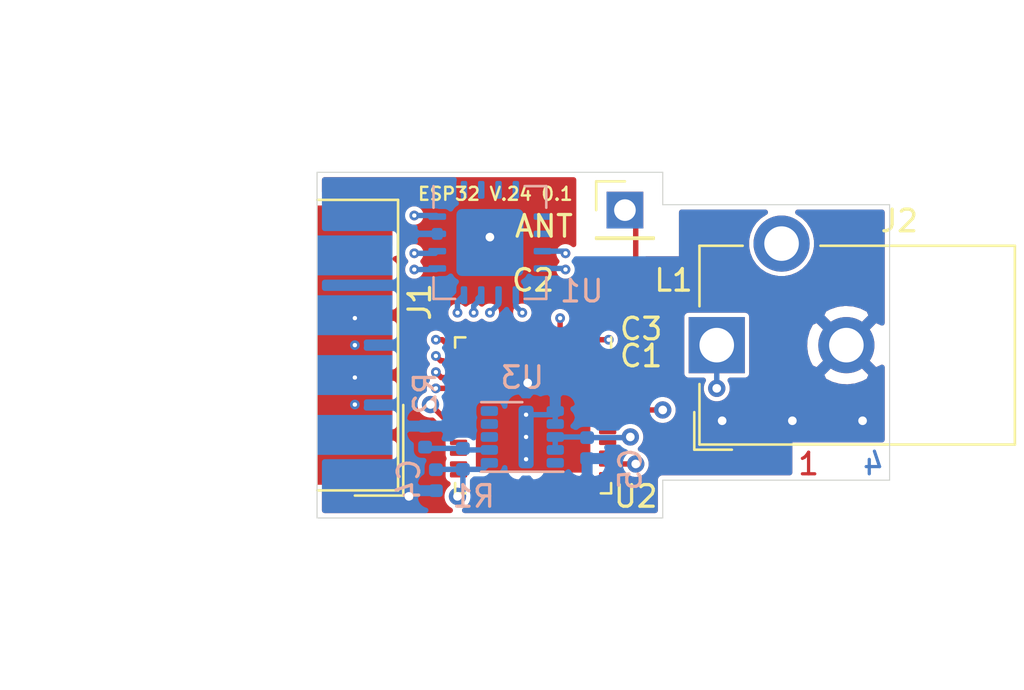
<source format=kicad_pcb>
(kicad_pcb (version 20171130) (host pcbnew 5.1.5+dfsg1-2build2)

  (general
    (thickness 1.6)
    (drawings 13)
    (tracks 169)
    (zones 0)
    (modules 14)
    (nets 64)
  )

  (page A4)
  (title_block
    (title "ESP32 V.24 Plug DE9 backshell")
    (rev 0.1)
  )

  (layers
    (0 F.Cu power)
    (1 In1.Cu signal)
    (2 In2.Cu mixed)
    (31 B.Cu power)
    (32 B.Adhes user hide)
    (33 F.Adhes user hide)
    (34 B.Paste user hide)
    (35 F.Paste user hide)
    (36 B.SilkS user)
    (37 F.SilkS user)
    (38 B.Mask user hide)
    (39 F.Mask user hide)
    (40 Dwgs.User user)
    (41 Cmts.User user hide)
    (42 Eco1.User user hide)
    (43 Eco2.User user hide)
    (44 Edge.Cuts user)
    (45 Margin user hide)
    (46 B.CrtYd user)
    (47 F.CrtYd user)
    (48 B.Fab user hide)
    (49 F.Fab user hide)
  )

  (setup
    (last_trace_width 0.25)
    (trace_clearance 0.2)
    (zone_clearance 0.2)
    (zone_45_only no)
    (trace_min 0.2)
    (via_size 0.8)
    (via_drill 0.4)
    (via_min_size 0.4)
    (via_min_drill 0.3)
    (uvia_size 0.3)
    (uvia_drill 0.1)
    (uvias_allowed no)
    (uvia_min_size 0.2)
    (uvia_min_drill 0.1)
    (edge_width 0.05)
    (segment_width 0.2)
    (pcb_text_width 0.3)
    (pcb_text_size 1.5 1.5)
    (mod_edge_width 0.12)
    (mod_text_size 1 1)
    (mod_text_width 0.15)
    (pad_size 0.5 2.56)
    (pad_drill 0)
    (pad_to_mask_clearance 0.051)
    (solder_mask_min_width 0.25)
    (aux_axis_origin 0 0)
    (visible_elements FFFFFF7F)
    (pcbplotparams
      (layerselection 0x010fc_ffffffff)
      (usegerberextensions false)
      (usegerberattributes false)
      (usegerberadvancedattributes false)
      (creategerberjobfile false)
      (excludeedgelayer true)
      (linewidth 0.100000)
      (plotframeref false)
      (viasonmask false)
      (mode 1)
      (useauxorigin false)
      (hpglpennumber 1)
      (hpglpenspeed 20)
      (hpglpendiameter 15.000000)
      (psnegative false)
      (psa4output false)
      (plotreference true)
      (plotvalue true)
      (plotinvisibletext false)
      (padsonsilk false)
      (subtractmaskfromsilk false)
      (outputformat 1)
      (mirror false)
      (drillshape 1)
      (scaleselection 1)
      (outputdirectory ""))
  )

  (net 0 "")
  (net 1 "Net-(U1-Pad1)")
  (net 2 "Net-(U1-Pad2)")
  (net 3 "Net-(U1-Pad3)")
  (net 4 "Net-(U1-Pad4)")
  (net 5 "Net-(U1-Pad5)")
  (net 6 "Net-(U1-Pad6)")
  (net 7 "Net-(U2-Pad5)")
  (net 8 "Net-(U2-Pad6)")
  (net 9 "Net-(U2-Pad7)")
  (net 10 "Net-(U2-Pad8)")
  (net 11 "Net-(U2-Pad9)")
  (net 12 "Net-(U2-Pad10)")
  (net 13 "Net-(U2-Pad11)")
  (net 14 "Net-(U2-Pad12)")
  (net 15 "Net-(U2-Pad17)")
  (net 16 "Net-(U2-Pad18)")
  (net 17 "Net-(U2-Pad20)")
  (net 18 "Net-(U2-Pad21)")
  (net 19 "Net-(U2-Pad22)")
  (net 20 "Net-(U2-Pad23)")
  (net 21 "Net-(U2-Pad24)")
  (net 22 "Net-(U2-Pad25)")
  (net 23 "Net-(U2-Pad26)")
  (net 24 "Net-(U2-Pad27)")
  (net 25 "Net-(U2-Pad28)")
  (net 26 "Net-(U2-Pad29)")
  (net 27 "Net-(U2-Pad30)")
  (net 28 "Net-(U2-Pad31)")
  (net 29 "Net-(U2-Pad32)")
  (net 30 "Net-(U2-Pad33)")
  (net 31 "Net-(U2-Pad34)")
  (net 32 "Net-(U2-Pad35)")
  (net 33 "Net-(U2-Pad36)")
  (net 34 "Net-(U2-Pad39)")
  (net 35 "Net-(U2-Pad40)")
  (net 36 "Net-(U2-Pad41)")
  (net 37 "Net-(U2-Pad42)")
  (net 38 "Net-(U2-Pad44)")
  (net 39 "Net-(U2-Pad45)")
  (net 40 "Net-(U2-Pad47)")
  (net 41 "Net-(U2-Pad48)")
  (net 42 "Net-(U3-Pad5)")
  (net 43 "Net-(J1-Pad1)")
  (net 44 "Net-(J1-Pad4)")
  (net 45 "Net-(J1-Pad6)")
  (net 46 "Net-(J1-Pad9)")
  (net 47 +3V3)
  (net 48 GND)
  (net 49 /V24RX)
  (net 50 /V24TX)
  (net 51 /V24RTS)
  (net 52 /V24CTS)
  (net 53 U1RTS)
  (net 54 U1CTS)
  (net 55 U1RX)
  (net 56 U1TX)
  (net 57 "Net-(U3-Pad10)")
  (net 58 "Net-(U3-Pad9)")
  (net 59 "Net-(U3-Pad8)")
  (net 60 /ANT)
  (net 61 /LNA_IN)
  (net 62 /FB)
  (net 63 /VIN)

  (net_class Default "This is the default net class."
    (clearance 0.2)
    (trace_width 0.25)
    (via_dia 0.8)
    (via_drill 0.4)
    (uvia_dia 0.3)
    (uvia_drill 0.1)
    (add_net +3V3)
    (add_net /ANT)
    (add_net /FB)
    (add_net /LNA_IN)
    (add_net /V24CTS)
    (add_net /V24RTS)
    (add_net /V24RX)
    (add_net /V24TX)
    (add_net /VIN)
    (add_net GND)
    (add_net "Net-(J1-Pad1)")
    (add_net "Net-(J1-Pad4)")
    (add_net "Net-(J1-Pad6)")
    (add_net "Net-(J1-Pad9)")
    (add_net "Net-(U1-Pad1)")
    (add_net "Net-(U1-Pad2)")
    (add_net "Net-(U1-Pad3)")
    (add_net "Net-(U1-Pad4)")
    (add_net "Net-(U1-Pad5)")
    (add_net "Net-(U1-Pad6)")
    (add_net "Net-(U2-Pad10)")
    (add_net "Net-(U2-Pad11)")
    (add_net "Net-(U2-Pad12)")
    (add_net "Net-(U2-Pad17)")
    (add_net "Net-(U2-Pad18)")
    (add_net "Net-(U2-Pad20)")
    (add_net "Net-(U2-Pad21)")
    (add_net "Net-(U2-Pad22)")
    (add_net "Net-(U2-Pad23)")
    (add_net "Net-(U2-Pad24)")
    (add_net "Net-(U2-Pad25)")
    (add_net "Net-(U2-Pad26)")
    (add_net "Net-(U2-Pad27)")
    (add_net "Net-(U2-Pad28)")
    (add_net "Net-(U2-Pad29)")
    (add_net "Net-(U2-Pad30)")
    (add_net "Net-(U2-Pad31)")
    (add_net "Net-(U2-Pad32)")
    (add_net "Net-(U2-Pad33)")
    (add_net "Net-(U2-Pad34)")
    (add_net "Net-(U2-Pad35)")
    (add_net "Net-(U2-Pad36)")
    (add_net "Net-(U2-Pad39)")
    (add_net "Net-(U2-Pad40)")
    (add_net "Net-(U2-Pad41)")
    (add_net "Net-(U2-Pad42)")
    (add_net "Net-(U2-Pad44)")
    (add_net "Net-(U2-Pad45)")
    (add_net "Net-(U2-Pad47)")
    (add_net "Net-(U2-Pad48)")
    (add_net "Net-(U2-Pad5)")
    (add_net "Net-(U2-Pad6)")
    (add_net "Net-(U2-Pad7)")
    (add_net "Net-(U2-Pad8)")
    (add_net "Net-(U2-Pad9)")
    (add_net "Net-(U3-Pad10)")
    (add_net "Net-(U3-Pad5)")
    (add_net "Net-(U3-Pad8)")
    (add_net "Net-(U3-Pad9)")
    (add_net U1CTS)
    (add_net U1RTS)
    (add_net U1RX)
    (add_net U1TX)
  )

  (module Connector_PinHeader_2.54mm:PinHeader_1x01_P2.54mm_Vertical (layer F.Cu) (tedit 59FED5CC) (tstamp 5F12C5E5)
    (at 148.25 83.5)
    (descr "Through hole straight pin header, 1x01, 2.54mm pitch, single row")
    (tags "Through hole pin header THT 1x01 2.54mm single row")
    (path /5F13DFB2)
    (fp_text reference ANT (at -3.75 0.75) (layer F.SilkS)
      (effects (font (size 1 1) (thickness 0.15)))
    )
    (fp_text value Conn_01x01_Male (at 0 2.33) (layer F.Fab)
      (effects (font (size 1 1) (thickness 0.15)))
    )
    (fp_line (start -0.635 -1.27) (end 1.27 -1.27) (layer F.Fab) (width 0.1))
    (fp_line (start 1.27 -1.27) (end 1.27 1.27) (layer F.Fab) (width 0.1))
    (fp_line (start 1.27 1.27) (end -1.27 1.27) (layer F.Fab) (width 0.1))
    (fp_line (start -1.27 1.27) (end -1.27 -0.635) (layer F.Fab) (width 0.1))
    (fp_line (start -1.27 -0.635) (end -0.635 -1.27) (layer F.Fab) (width 0.1))
    (fp_line (start -1.33 1.33) (end 1.33 1.33) (layer F.SilkS) (width 0.12))
    (fp_line (start -1.33 1.27) (end -1.33 1.33) (layer F.SilkS) (width 0.12))
    (fp_line (start 1.33 1.27) (end 1.33 1.33) (layer F.SilkS) (width 0.12))
    (fp_line (start -1.33 1.27) (end 1.33 1.27) (layer F.SilkS) (width 0.12))
    (fp_line (start -1.33 0) (end -1.33 -1.33) (layer F.SilkS) (width 0.12))
    (fp_line (start -1.33 -1.33) (end 0 -1.33) (layer F.SilkS) (width 0.12))
    (fp_line (start -1.8 -1.8) (end -1.8 1.8) (layer F.CrtYd) (width 0.05))
    (fp_line (start -1.8 1.8) (end 1.8 1.8) (layer F.CrtYd) (width 0.05))
    (fp_line (start 1.8 1.8) (end 1.8 -1.8) (layer F.CrtYd) (width 0.05))
    (fp_line (start 1.8 -1.8) (end -1.8 -1.8) (layer F.CrtYd) (width 0.05))
    (fp_text user %R (at 0 0 90) (layer F.Fab)
      (effects (font (size 1 1) (thickness 0.15)))
    )
    (pad 1 thru_hole rect (at 0 0) (size 1.7 1.7) (drill 1) (layers *.Cu *.Mask)
      (net 60 /ANT))
    (model ${KISYS3DMOD}/Connector_PinHeader_2.54mm.3dshapes/PinHeader_1x01_P2.54mm_Vertical.wrl
      (at (xyz 0 0 0))
      (scale (xyz 1 1 1))
      (rotate (xyz 0 0 0))
    )
  )

  (module Connector_Dsub:DSUB-9_Female_EdgeMount_P2.77mm (layer F.Cu) (tedit 59FEDEE2) (tstamp 5F11EC5D)
    (at 135.75 89.75 270)
    (descr "9-pin D-Sub connector, solder-cups edge-mounted, female, x-pin-pitch 2.77mm, distance of mounting holes 25mm, see https://disti-assets.s3.amazonaws.com/tonar/files/datasheets/16730.pdf")
    (tags "9-pin D-Sub connector edge mount solder cup female x-pin-pitch 2.77mm mounting holes distance 25mm")
    (path /5F12021D)
    (attr smd)
    (fp_text reference J1 (at -2 -3 90) (layer F.SilkS)
      (effects (font (size 1 1) (thickness 0.15)))
    )
    (fp_text value DB9_Female (at 0 16.86 90) (layer F.Fab)
      (effects (font (size 1 1) (thickness 0.15)))
    )
    (fp_line (start 4.94 -0.91) (end 4.94 1.99) (layer F.Fab) (width 0.1))
    (fp_line (start 4.94 1.99) (end 6.14 1.99) (layer F.Fab) (width 0.1))
    (fp_line (start 6.14 1.99) (end 6.14 -0.91) (layer F.Fab) (width 0.1))
    (fp_line (start 6.14 -0.91) (end 4.94 -0.91) (layer F.Fab) (width 0.1))
    (fp_line (start 2.17 -0.91) (end 2.17 1.99) (layer F.Fab) (width 0.1))
    (fp_line (start 2.17 1.99) (end 3.37 1.99) (layer F.Fab) (width 0.1))
    (fp_line (start 3.37 1.99) (end 3.37 -0.91) (layer F.Fab) (width 0.1))
    (fp_line (start 3.37 -0.91) (end 2.17 -0.91) (layer F.Fab) (width 0.1))
    (fp_line (start -0.6 -0.91) (end -0.6 1.99) (layer F.Fab) (width 0.1))
    (fp_line (start -0.6 1.99) (end 0.6 1.99) (layer F.Fab) (width 0.1))
    (fp_line (start 0.6 1.99) (end 0.6 -0.91) (layer F.Fab) (width 0.1))
    (fp_line (start 0.6 -0.91) (end -0.6 -0.91) (layer F.Fab) (width 0.1))
    (fp_line (start -3.37 -0.91) (end -3.37 1.99) (layer F.Fab) (width 0.1))
    (fp_line (start -3.37 1.99) (end -2.17 1.99) (layer F.Fab) (width 0.1))
    (fp_line (start -2.17 1.99) (end -2.17 -0.91) (layer F.Fab) (width 0.1))
    (fp_line (start -2.17 -0.91) (end -3.37 -0.91) (layer F.Fab) (width 0.1))
    (fp_line (start -6.14 -0.91) (end -6.14 1.99) (layer F.Fab) (width 0.1))
    (fp_line (start -6.14 1.99) (end -4.94 1.99) (layer F.Fab) (width 0.1))
    (fp_line (start -4.94 1.99) (end -4.94 -0.91) (layer F.Fab) (width 0.1))
    (fp_line (start -4.94 -0.91) (end -6.14 -0.91) (layer F.Fab) (width 0.1))
    (fp_line (start 3.555 -0.91) (end 3.555 1.99) (layer B.Fab) (width 0.1))
    (fp_line (start 3.555 1.99) (end 4.755 1.99) (layer B.Fab) (width 0.1))
    (fp_line (start 4.755 1.99) (end 4.755 -0.91) (layer B.Fab) (width 0.1))
    (fp_line (start 4.755 -0.91) (end 3.555 -0.91) (layer B.Fab) (width 0.1))
    (fp_line (start 0.785 -0.91) (end 0.785 1.99) (layer B.Fab) (width 0.1))
    (fp_line (start 0.785 1.99) (end 1.985 1.99) (layer B.Fab) (width 0.1))
    (fp_line (start 1.985 1.99) (end 1.985 -0.91) (layer B.Fab) (width 0.1))
    (fp_line (start 1.985 -0.91) (end 0.785 -0.91) (layer B.Fab) (width 0.1))
    (fp_line (start -1.985 -0.91) (end -1.985 1.99) (layer B.Fab) (width 0.1))
    (fp_line (start -1.985 1.99) (end -0.785 1.99) (layer B.Fab) (width 0.1))
    (fp_line (start -0.785 1.99) (end -0.785 -0.91) (layer B.Fab) (width 0.1))
    (fp_line (start -0.785 -0.91) (end -1.985 -0.91) (layer B.Fab) (width 0.1))
    (fp_line (start -4.755 -0.91) (end -4.755 1.99) (layer B.Fab) (width 0.1))
    (fp_line (start -4.755 1.99) (end -3.555 1.99) (layer B.Fab) (width 0.1))
    (fp_line (start -3.555 1.99) (end -3.555 -0.91) (layer B.Fab) (width 0.1))
    (fp_line (start -3.555 -0.91) (end -4.755 -0.91) (layer B.Fab) (width 0.1))
    (fp_line (start -7.55 1.99) (end -7.55 4.79) (layer F.Fab) (width 0.1))
    (fp_line (start -7.55 4.79) (end 7.55 4.79) (layer F.Fab) (width 0.1))
    (fp_line (start 7.55 4.79) (end 7.55 1.99) (layer F.Fab) (width 0.1))
    (fp_line (start 7.55 1.99) (end -7.55 1.99) (layer F.Fab) (width 0.1))
    (fp_line (start -8.55 4.79) (end -8.55 9.29) (layer F.Fab) (width 0.1))
    (fp_line (start -8.55 9.29) (end 8.55 9.29) (layer F.Fab) (width 0.1))
    (fp_line (start 8.55 9.29) (end 8.55 4.79) (layer F.Fab) (width 0.1))
    (fp_line (start 8.55 4.79) (end -8.55 4.79) (layer F.Fab) (width 0.1))
    (fp_line (start -15.425 9.29) (end -15.425 9.69) (layer F.Fab) (width 0.1))
    (fp_line (start -15.425 9.69) (end 15.425 9.69) (layer F.Fab) (width 0.1))
    (fp_line (start 15.425 9.69) (end 15.425 9.29) (layer F.Fab) (width 0.1))
    (fp_line (start 15.425 9.29) (end -15.425 9.29) (layer F.Fab) (width 0.1))
    (fp_line (start -8.15 9.69) (end -8.15 15.86) (layer F.Fab) (width 0.1))
    (fp_line (start -8.15 15.86) (end 8.15 15.86) (layer F.Fab) (width 0.1))
    (fp_line (start 8.15 15.86) (end 8.15 9.69) (layer F.Fab) (width 0.1))
    (fp_line (start 8.15 9.69) (end -8.15 9.69) (layer F.Fab) (width 0.1))
    (fp_line (start -7 -2.25) (end 7 -2.25) (layer F.CrtYd) (width 0.05))
    (fp_line (start 7 -2.25) (end 7 1.5) (layer F.CrtYd) (width 0.05))
    (fp_line (start 7 1.5) (end 8.05 1.5) (layer F.CrtYd) (width 0.05))
    (fp_line (start 8.05 1.5) (end 8.05 4.3) (layer F.CrtYd) (width 0.05))
    (fp_line (start 8.05 4.3) (end 9.05 4.3) (layer F.CrtYd) (width 0.05))
    (fp_line (start 9.05 4.3) (end 9.05 8.8) (layer F.CrtYd) (width 0.05))
    (fp_line (start 9.05 8.8) (end 15.95 8.8) (layer F.CrtYd) (width 0.05))
    (fp_line (start 15.95 8.8) (end 15.95 10.2) (layer F.CrtYd) (width 0.05))
    (fp_line (start 15.95 10.2) (end 8.65 10.2) (layer F.CrtYd) (width 0.05))
    (fp_line (start 8.65 10.2) (end 8.65 16.4) (layer F.CrtYd) (width 0.05))
    (fp_line (start 8.65 16.4) (end -8.65 16.4) (layer F.CrtYd) (width 0.05))
    (fp_line (start -8.65 16.4) (end -8.65 10.2) (layer F.CrtYd) (width 0.05))
    (fp_line (start -8.65 10.2) (end -15.95 10.2) (layer F.CrtYd) (width 0.05))
    (fp_line (start -15.95 10.2) (end -15.95 8.8) (layer F.CrtYd) (width 0.05))
    (fp_line (start -15.95 8.8) (end -9.05 8.8) (layer F.CrtYd) (width 0.05))
    (fp_line (start -9.05 8.8) (end -9.05 4.3) (layer F.CrtYd) (width 0.05))
    (fp_line (start -9.05 4.3) (end -8.05 4.3) (layer F.CrtYd) (width 0.05))
    (fp_line (start -8.05 4.3) (end -8.05 1.5) (layer F.CrtYd) (width 0.05))
    (fp_line (start -8.05 1.5) (end -7 1.5) (layer F.CrtYd) (width 0.05))
    (fp_line (start -7 1.5) (end -7 -2.25) (layer F.CrtYd) (width 0.05))
    (fp_line (start 6.723333 1.74) (end 6.723333 -2) (layer F.SilkS) (width 0.12))
    (fp_line (start 6.723333 -2) (end -6.723333 -2) (layer F.SilkS) (width 0.12))
    (fp_line (start -6.723333 -2) (end -6.723333 1.74) (layer F.SilkS) (width 0.12))
    (fp_line (start 6.963333 0) (end 6.963333 -2.24) (layer F.SilkS) (width 0.12))
    (fp_line (start 6.963333 -2.24) (end 2.77 -2.24) (layer F.SilkS) (width 0.12))
    (fp_line (start -15.425 1.99) (end 15.425 1.99) (layer Dwgs.User) (width 0.05))
    (fp_text user %R (at 0 3.39 90) (layer F.Fab)
      (effects (font (size 1 1) (thickness 0.15)))
    )
    (fp_text user "PCB edge" (at -10.425 1.323333 90) (layer Dwgs.User)
      (effects (font (size 0.5 0.5) (thickness 0.075)))
    )
    (pad 1 smd rect (at 5.54 0 270) (size 1.846667 3.48) (layers F.Cu F.Paste F.Mask)
      (net 43 "Net-(J1-Pad1)"))
    (pad 2 smd rect (at 2.77 0 270) (size 1.846667 3.48) (layers F.Cu F.Paste F.Mask)
      (net 49 /V24RX))
    (pad 3 smd rect (at 0 0 270) (size 1.846667 3.48) (layers F.Cu F.Paste F.Mask)
      (net 50 /V24TX))
    (pad 4 smd rect (at -2.77 0 270) (size 1.846667 3.48) (layers F.Cu F.Paste F.Mask)
      (net 44 "Net-(J1-Pad4)"))
    (pad 5 smd rect (at -5.54 0 270) (size 1.846667 3.48) (layers F.Cu F.Paste F.Mask)
      (net 48 GND))
    (pad 6 smd rect (at 4.155 0 270) (size 1.846667 3.48) (layers B.Cu B.Paste B.Mask)
      (net 45 "Net-(J1-Pad6)"))
    (pad 7 smd rect (at 1.385 0 270) (size 1.846667 3.48) (layers B.Cu B.Paste B.Mask)
      (net 51 /V24RTS))
    (pad 8 smd rect (at -1.385 0 270) (size 1.846667 3.48) (layers B.Cu B.Paste B.Mask)
      (net 52 /V24CTS))
    (pad 9 smd rect (at -4.155 0 270) (size 1.846667 3.48) (layers B.Cu B.Paste B.Mask)
      (net 46 "Net-(J1-Pad9)"))
    (model ${KISYS3DMOD}/Connector_Dsub.3dshapes/DSUB-9_Female_EdgeMount_P2.77mm.wrl
      (at (xyz 0 0 0))
      (scale (xyz 1 1 1))
      (rotate (xyz 0 0 0))
    )
  )

  (module Package_DFN_QFN:TQFN-16-1EP_5x5mm_P0.8mm_EP3.1x3.1mm (layer B.Cu) (tedit 5F14AAE4) (tstamp 5F11EFD3)
    (at 142 85 270)
    (descr "TQFN, 16 Pin (https://pdfserv.maximintegrated.com/package_dwgs/21-0140.PDF), generated with kicad-footprint-generator ipc_noLead_generator.py")
    (tags "TQFN NoLead")
    (path /5F11D3B7)
    (attr smd)
    (fp_text reference U1 (at 2.25 -4.25 180) (layer B.SilkS)
      (effects (font (size 1 1) (thickness 0.15)) (justify mirror))
    )
    (fp_text value MAX3232 (at 0 -3.8 90) (layer B.Fab)
      (effects (font (size 1 1) (thickness 0.15)) (justify mirror))
    )
    (fp_line (start 1.61 2.61) (end 2.61 2.61) (layer B.SilkS) (width 0.12))
    (fp_line (start 2.61 2.61) (end 2.61 1.61) (layer B.SilkS) (width 0.12))
    (fp_line (start -1.61 -2.61) (end -2.61 -2.61) (layer B.SilkS) (width 0.12))
    (fp_line (start -2.61 -2.61) (end -2.61 -1.61) (layer B.SilkS) (width 0.12))
    (fp_line (start 1.61 -2.61) (end 2.61 -2.61) (layer B.SilkS) (width 0.12))
    (fp_line (start 2.61 -2.61) (end 2.61 -1.61) (layer B.SilkS) (width 0.12))
    (fp_line (start -1.61 2.61) (end -2.61 2.61) (layer B.SilkS) (width 0.12))
    (fp_line (start -1.5 2.5) (end 2.5 2.5) (layer B.Fab) (width 0.1))
    (fp_line (start 2.5 2.5) (end 2.5 -2.5) (layer B.Fab) (width 0.1))
    (fp_line (start 2.5 -2.5) (end -2.5 -2.5) (layer B.Fab) (width 0.1))
    (fp_line (start -2.5 -2.5) (end -2.5 1.5) (layer B.Fab) (width 0.1))
    (fp_line (start -2.5 1.5) (end -1.5 2.5) (layer B.Fab) (width 0.1))
    (fp_line (start -3.1 3.1) (end -3.1 -3.1) (layer B.CrtYd) (width 0.05))
    (fp_line (start -3.1 -3.1) (end 3.1 -3.1) (layer B.CrtYd) (width 0.05))
    (fp_line (start 3.1 -3.1) (end 3.1 3.1) (layer B.CrtYd) (width 0.05))
    (fp_line (start 3.1 3.1) (end -3.1 3.1) (layer B.CrtYd) (width 0.05))
    (fp_text user %R (at 0 0 90) (layer B.Fab)
      (effects (font (size 1 1) (thickness 0.15)) (justify mirror))
    )
    (pad 17 smd roundrect (at 0 0 270) (size 3.1 3.1) (layers B.Cu B.Mask) (roundrect_rratio 0.08064499999999999)
      (net 48 GND))
    (pad "" smd roundrect (at -0.775 0.775 270) (size 1.25 1.25) (layers B.Paste) (roundrect_rratio 0.2))
    (pad "" smd roundrect (at -0.775 -0.775 270) (size 1.25 1.25) (layers B.Paste) (roundrect_rratio 0.2))
    (pad "" smd roundrect (at 0.775 0.775 270) (size 1.25 1.25) (layers B.Paste) (roundrect_rratio 0.2))
    (pad "" smd roundrect (at 0.775 -0.775 270) (size 1.25 1.25) (layers B.Paste) (roundrect_rratio 0.2))
    (pad 1 smd roundrect (at -2.4375 1.2 270) (size 0.825 0.3) (layers B.Cu B.Paste B.Mask) (roundrect_rratio 0.25)
      (net 1 "Net-(U1-Pad1)"))
    (pad 2 smd roundrect (at -2.4375 0.4 270) (size 0.825 0.3) (layers B.Cu B.Paste B.Mask) (roundrect_rratio 0.25)
      (net 2 "Net-(U1-Pad2)"))
    (pad 3 smd roundrect (at -2.4375 -0.4 270) (size 0.825 0.3) (layers B.Cu B.Paste B.Mask) (roundrect_rratio 0.25)
      (net 3 "Net-(U1-Pad3)"))
    (pad 4 smd roundrect (at -2.4375 -1.2 270) (size 0.825 0.3) (layers B.Cu B.Paste B.Mask) (roundrect_rratio 0.25)
      (net 4 "Net-(U1-Pad4)"))
    (pad 5 smd roundrect (at -1.2 -2.4375 270) (size 0.3 0.825) (layers B.Cu B.Paste B.Mask) (roundrect_rratio 0.25)
      (net 5 "Net-(U1-Pad5)"))
    (pad 6 smd roundrect (at -0.4 -2.4375 270) (size 0.3 0.825) (layers B.Cu B.Paste B.Mask) (roundrect_rratio 0.25)
      (net 6 "Net-(U1-Pad6)"))
    (pad 7 smd roundrect (at 0.4 -2.4375 270) (size 0.3 0.825) (layers B.Cu B.Paste B.Mask) (roundrect_rratio 0.25)
      (net 52 /V24CTS))
    (pad 8 smd roundrect (at 1.2 -2.4375 270) (size 0.3 0.825) (layers B.Cu B.Paste B.Mask) (roundrect_rratio 0.25)
      (net 51 /V24RTS))
    (pad 9 smd roundrect (at 2.4375 -1.2 270) (size 0.825 0.3) (layers B.Cu B.Paste B.Mask) (roundrect_rratio 0.25)
      (net 53 U1RTS))
    (pad 10 smd roundrect (at 2.4375 -0.4 270) (size 0.825 0.3) (layers B.Cu B.Paste B.Mask) (roundrect_rratio 0.25)
      (net 54 U1CTS))
    (pad 11 smd roundrect (at 2.4375 0.4 270) (size 0.825 0.3) (layers B.Cu B.Paste B.Mask) (roundrect_rratio 0.25)
      (net 55 U1RX))
    (pad 12 smd roundrect (at 2.4375 1.2 270) (size 0.825 0.3) (layers B.Cu B.Paste B.Mask) (roundrect_rratio 0.25)
      (net 56 U1TX))
    (pad 13 smd roundrect (at 1.2 2.4375 270) (size 0.3 0.825) (layers B.Cu B.Paste B.Mask) (roundrect_rratio 0.25)
      (net 50 /V24TX))
    (pad 14 smd roundrect (at 0.4 2.4375 270) (size 0.3 0.825) (layers B.Cu B.Paste B.Mask) (roundrect_rratio 0.25)
      (net 49 /V24RX))
    (pad 15 smd roundrect (at -0.4 2.4375 270) (size 0.3 0.825) (layers B.Cu B.Paste B.Mask) (roundrect_rratio 0.25)
      (net 48 GND))
    (pad 16 smd roundrect (at -1.2 2.4375 270) (size 0.3 0.825) (layers B.Cu B.Paste B.Mask) (roundrect_rratio 0.25)
      (net 47 +3V3))
    (model ${KISYS3DMOD}/Package_DFN_QFN.3dshapes/TQFN-16-1EP_5x5mm_P0.8mm_EP3.1x3.1mm.wrl
      (at (xyz 0 0 0))
      (scale (xyz 1 1 1))
      (rotate (xyz 0 0 0))
    )
  )

  (module Package_DFN_QFN:QFN-48-1EP_7x7mm_P0.5mm_EP5.3x5.3mm (layer F.Cu) (tedit 5F14ADEA) (tstamp 5F1462BE)
    (at 144 93 270)
    (descr "QFN, 48 Pin (https://www.trinamic.com/fileadmin/assets/Products/ICs_Documents/TMC2041_datasheet.pdf#page=62), generated with kicad-footprint-generator ipc_dfn_qfn_generator.py")
    (tags "QFN DFN_QFN")
    (path /5F11C775)
    (attr smd)
    (fp_text reference U2 (at 3.75 -4.75 180) (layer F.SilkS)
      (effects (font (size 1 1) (thickness 0.15)))
    )
    (fp_text value ESP32-PICO-D4 (at 0 4.8 90) (layer F.Fab)
      (effects (font (size 1 1) (thickness 0.15)))
    )
    (fp_line (start 3.135 -3.61) (end 3.61 -3.61) (layer F.SilkS) (width 0.12))
    (fp_line (start 3.61 -3.61) (end 3.61 -3.135) (layer F.SilkS) (width 0.12))
    (fp_line (start -3.135 3.61) (end -3.61 3.61) (layer F.SilkS) (width 0.12))
    (fp_line (start -3.61 3.61) (end -3.61 3.135) (layer F.SilkS) (width 0.12))
    (fp_line (start 3.135 3.61) (end 3.61 3.61) (layer F.SilkS) (width 0.12))
    (fp_line (start 3.61 3.61) (end 3.61 3.135) (layer F.SilkS) (width 0.12))
    (fp_line (start -3.135 -3.61) (end -3.61 -3.61) (layer F.SilkS) (width 0.12))
    (fp_line (start -2.5 -3.5) (end 3.5 -3.5) (layer F.Fab) (width 0.1))
    (fp_line (start 3.5 -3.5) (end 3.5 3.5) (layer F.Fab) (width 0.1))
    (fp_line (start 3.5 3.5) (end -3.5 3.5) (layer F.Fab) (width 0.1))
    (fp_line (start -3.5 3.5) (end -3.5 -2.5) (layer F.Fab) (width 0.1))
    (fp_line (start -3.5 -2.5) (end -2.5 -3.5) (layer F.Fab) (width 0.1))
    (fp_line (start -4.1 -4.1) (end -4.1 4.1) (layer F.CrtYd) (width 0.05))
    (fp_line (start -4.1 4.1) (end 4.1 4.1) (layer F.CrtYd) (width 0.05))
    (fp_line (start 4.1 4.1) (end 4.1 -4.1) (layer F.CrtYd) (width 0.05))
    (fp_line (start 4.1 -4.1) (end -4.1 -4.1) (layer F.CrtYd) (width 0.05))
    (fp_text user %R (at 0 0 90) (layer F.Fab)
      (effects (font (size 1 1) (thickness 0.15)))
    )
    (pad 49 smd roundrect (at 0 0 270) (size 5.3 5.3) (layers F.Cu F.Mask) (roundrect_rratio 0.047)
      (net 48 GND))
    (pad "" smd roundrect (at -1.98 -1.98 270) (size 1.07 1.07) (layers F.Paste) (roundrect_rratio 0.233645))
    (pad "" smd roundrect (at -1.98 -0.66 270) (size 1.07 1.07) (layers F.Paste) (roundrect_rratio 0.233645))
    (pad "" smd roundrect (at -1.98 0.66 270) (size 1.07 1.07) (layers F.Paste) (roundrect_rratio 0.233645))
    (pad "" smd roundrect (at -1.98 1.98 270) (size 1.07 1.07) (layers F.Paste) (roundrect_rratio 0.233645))
    (pad "" smd roundrect (at -0.66 -1.98 270) (size 1.07 1.07) (layers F.Paste) (roundrect_rratio 0.233645))
    (pad "" smd roundrect (at -0.66 -0.66 270) (size 1.07 1.07) (layers F.Paste) (roundrect_rratio 0.233645))
    (pad "" smd roundrect (at -0.66 0.66 270) (size 1.07 1.07) (layers F.Paste) (roundrect_rratio 0.233645))
    (pad "" smd roundrect (at -0.66 1.98 270) (size 1.07 1.07) (layers F.Paste) (roundrect_rratio 0.233645))
    (pad "" smd roundrect (at 0.66 -1.98 270) (size 1.07 1.07) (layers F.Paste) (roundrect_rratio 0.233645))
    (pad "" smd roundrect (at 0.66 -0.66 270) (size 1.07 1.07) (layers F.Paste) (roundrect_rratio 0.233645))
    (pad "" smd roundrect (at 0.66 0.66 270) (size 1.07 1.07) (layers F.Paste) (roundrect_rratio 0.233645))
    (pad "" smd roundrect (at 0.66 1.98 270) (size 1.07 1.07) (layers F.Paste) (roundrect_rratio 0.233645))
    (pad "" smd roundrect (at 1.98 -1.98 270) (size 1.07 1.07) (layers F.Paste) (roundrect_rratio 0.233645))
    (pad "" smd roundrect (at 1.98 -0.66 270) (size 1.07 1.07) (layers F.Paste) (roundrect_rratio 0.233645))
    (pad "" smd roundrect (at 1.98 0.66 270) (size 1.07 1.07) (layers F.Paste) (roundrect_rratio 0.233645))
    (pad "" smd roundrect (at 1.98 1.98 270) (size 1.07 1.07) (layers F.Paste) (roundrect_rratio 0.233645))
    (pad 1 smd roundrect (at -3.45 -2.75 270) (size 0.8 0.25) (layers F.Cu F.Paste F.Mask) (roundrect_rratio 0.25)
      (net 47 +3V3))
    (pad 2 smd roundrect (at -3.45 -2.25 270) (size 0.8 0.25) (layers F.Cu F.Paste F.Mask) (roundrect_rratio 0.25)
      (net 61 /LNA_IN))
    (pad 3 smd roundrect (at -3.45 -1.75 270) (size 0.8 0.25) (layers F.Cu F.Paste F.Mask) (roundrect_rratio 0.25)
      (net 47 +3V3))
    (pad 4 smd roundrect (at -3.45 -1.25 270) (size 0.8 0.25) (layers F.Cu F.Paste F.Mask) (roundrect_rratio 0.25)
      (net 47 +3V3))
    (pad 5 smd roundrect (at -3.45 -0.75 270) (size 0.8 0.25) (layers F.Cu F.Paste F.Mask) (roundrect_rratio 0.25)
      (net 7 "Net-(U2-Pad5)"))
    (pad 6 smd roundrect (at -3.45 -0.25 270) (size 0.8 0.25) (layers F.Cu F.Paste F.Mask) (roundrect_rratio 0.25)
      (net 8 "Net-(U2-Pad6)"))
    (pad 7 smd roundrect (at -3.45 0.25 270) (size 0.8 0.25) (layers F.Cu F.Paste F.Mask) (roundrect_rratio 0.25)
      (net 9 "Net-(U2-Pad7)"))
    (pad 8 smd roundrect (at -3.45 0.75 270) (size 0.8 0.25) (layers F.Cu F.Paste F.Mask) (roundrect_rratio 0.25)
      (net 10 "Net-(U2-Pad8)"))
    (pad 9 smd roundrect (at -3.45 1.25 270) (size 0.8 0.25) (layers F.Cu F.Paste F.Mask) (roundrect_rratio 0.25)
      (net 11 "Net-(U2-Pad9)"))
    (pad 10 smd roundrect (at -3.45 1.75 270) (size 0.8 0.25) (layers F.Cu F.Paste F.Mask) (roundrect_rratio 0.25)
      (net 12 "Net-(U2-Pad10)"))
    (pad 11 smd roundrect (at -3.45 2.25 270) (size 0.8 0.25) (layers F.Cu F.Paste F.Mask) (roundrect_rratio 0.25)
      (net 13 "Net-(U2-Pad11)"))
    (pad 12 smd roundrect (at -3.45 2.75 270) (size 0.8 0.25) (layers F.Cu F.Paste F.Mask) (roundrect_rratio 0.25)
      (net 14 "Net-(U2-Pad12)"))
    (pad 13 smd roundrect (at -2.75 3.45 270) (size 0.25 0.8) (layers F.Cu F.Paste F.Mask) (roundrect_rratio 0.25)
      (net 54 U1CTS))
    (pad 14 smd roundrect (at -2.25 3.45 270) (size 0.25 0.8) (layers F.Cu F.Paste F.Mask) (roundrect_rratio 0.25)
      (net 55 U1RX))
    (pad 15 smd roundrect (at -1.75 3.45 270) (size 0.25 0.8) (layers F.Cu F.Paste F.Mask) (roundrect_rratio 0.25)
      (net 53 U1RTS))
    (pad 16 smd roundrect (at -1.25 3.45 270) (size 0.25 0.8) (layers F.Cu F.Paste F.Mask) (roundrect_rratio 0.25)
      (net 56 U1TX))
    (pad 17 smd roundrect (at -0.75 3.45 270) (size 0.25 0.8) (layers F.Cu F.Paste F.Mask) (roundrect_rratio 0.25)
      (net 15 "Net-(U2-Pad17)"))
    (pad 18 smd roundrect (at -0.25 3.45 270) (size 0.25 0.8) (layers F.Cu F.Paste F.Mask) (roundrect_rratio 0.25)
      (net 16 "Net-(U2-Pad18)"))
    (pad 19 smd roundrect (at 0.25 3.45 270) (size 0.25 0.8) (layers F.Cu F.Paste F.Mask) (roundrect_rratio 0.25)
      (net 47 +3V3))
    (pad 20 smd roundrect (at 0.75 3.45 270) (size 0.25 0.8) (layers F.Cu F.Paste F.Mask) (roundrect_rratio 0.25)
      (net 17 "Net-(U2-Pad20)"))
    (pad 21 smd roundrect (at 1.25 3.45 270) (size 0.25 0.8) (layers F.Cu F.Paste F.Mask) (roundrect_rratio 0.25)
      (net 18 "Net-(U2-Pad21)"))
    (pad 22 smd roundrect (at 1.75 3.45 270) (size 0.25 0.8) (layers F.Cu F.Paste F.Mask) (roundrect_rratio 0.25)
      (net 19 "Net-(U2-Pad22)"))
    (pad 23 smd roundrect (at 2.25 3.45 270) (size 0.25 0.8) (layers F.Cu F.Paste F.Mask) (roundrect_rratio 0.25)
      (net 20 "Net-(U2-Pad23)"))
    (pad 24 smd roundrect (at 2.75 3.45 270) (size 0.25 0.8) (layers F.Cu F.Paste F.Mask) (roundrect_rratio 0.25)
      (net 21 "Net-(U2-Pad24)"))
    (pad 25 smd roundrect (at 3.45 2.75 270) (size 0.8 0.25) (layers F.Cu F.Paste F.Mask) (roundrect_rratio 0.25)
      (net 22 "Net-(U2-Pad25)"))
    (pad 26 smd roundrect (at 3.45 2.25 270) (size 0.8 0.25) (layers F.Cu F.Paste F.Mask) (roundrect_rratio 0.25)
      (net 23 "Net-(U2-Pad26)"))
    (pad 27 smd roundrect (at 3.45 1.75 270) (size 0.8 0.25) (layers F.Cu F.Paste F.Mask) (roundrect_rratio 0.25)
      (net 24 "Net-(U2-Pad27)"))
    (pad 28 smd roundrect (at 3.45 1.25 270) (size 0.8 0.25) (layers F.Cu F.Paste F.Mask) (roundrect_rratio 0.25)
      (net 25 "Net-(U2-Pad28)"))
    (pad 29 smd roundrect (at 3.45 0.75 270) (size 0.8 0.25) (layers F.Cu F.Paste F.Mask) (roundrect_rratio 0.25)
      (net 26 "Net-(U2-Pad29)"))
    (pad 30 smd roundrect (at 3.45 0.25 270) (size 0.8 0.25) (layers F.Cu F.Paste F.Mask) (roundrect_rratio 0.25)
      (net 27 "Net-(U2-Pad30)"))
    (pad 31 smd roundrect (at 3.45 -0.25 270) (size 0.8 0.25) (layers F.Cu F.Paste F.Mask) (roundrect_rratio 0.25)
      (net 28 "Net-(U2-Pad31)"))
    (pad 32 smd roundrect (at 3.45 -0.75 270) (size 0.8 0.25) (layers F.Cu F.Paste F.Mask) (roundrect_rratio 0.25)
      (net 29 "Net-(U2-Pad32)"))
    (pad 33 smd roundrect (at 3.45 -1.25 270) (size 0.8 0.25) (layers F.Cu F.Paste F.Mask) (roundrect_rratio 0.25)
      (net 30 "Net-(U2-Pad33)"))
    (pad 34 smd roundrect (at 3.45 -1.75 270) (size 0.8 0.25) (layers F.Cu F.Paste F.Mask) (roundrect_rratio 0.25)
      (net 31 "Net-(U2-Pad34)"))
    (pad 35 smd roundrect (at 3.45 -2.25 270) (size 0.8 0.25) (layers F.Cu F.Paste F.Mask) (roundrect_rratio 0.25)
      (net 32 "Net-(U2-Pad35)"))
    (pad 36 smd roundrect (at 3.45 -2.75 270) (size 0.8 0.25) (layers F.Cu F.Paste F.Mask) (roundrect_rratio 0.25)
      (net 33 "Net-(U2-Pad36)"))
    (pad 37 smd roundrect (at 2.75 -3.45 270) (size 0.25 0.8) (layers F.Cu F.Paste F.Mask) (roundrect_rratio 0.25)
      (net 47 +3V3))
    (pad 38 smd roundrect (at 2.25 -3.45 270) (size 0.25 0.8) (layers F.Cu F.Paste F.Mask) (roundrect_rratio 0.25)
      (net 47 +3V3))
    (pad 39 smd roundrect (at 1.75 -3.45 270) (size 0.25 0.8) (layers F.Cu F.Paste F.Mask) (roundrect_rratio 0.25)
      (net 34 "Net-(U2-Pad39)"))
    (pad 40 smd roundrect (at 1.25 -3.45 270) (size 0.25 0.8) (layers F.Cu F.Paste F.Mask) (roundrect_rratio 0.25)
      (net 35 "Net-(U2-Pad40)"))
    (pad 41 smd roundrect (at 0.75 -3.45 270) (size 0.25 0.8) (layers F.Cu F.Paste F.Mask) (roundrect_rratio 0.25)
      (net 36 "Net-(U2-Pad41)"))
    (pad 42 smd roundrect (at 0.25 -3.45 270) (size 0.25 0.8) (layers F.Cu F.Paste F.Mask) (roundrect_rratio 0.25)
      (net 37 "Net-(U2-Pad42)"))
    (pad 43 smd roundrect (at -0.25 -3.45 270) (size 0.25 0.8) (layers F.Cu F.Paste F.Mask) (roundrect_rratio 0.25)
      (net 47 +3V3))
    (pad 44 smd roundrect (at -0.75 -3.45 270) (size 0.25 0.8) (layers F.Cu F.Paste F.Mask) (roundrect_rratio 0.25)
      (net 38 "Net-(U2-Pad44)"))
    (pad 45 smd roundrect (at -1.25 -3.45 270) (size 0.25 0.8) (layers F.Cu F.Paste F.Mask) (roundrect_rratio 0.25)
      (net 39 "Net-(U2-Pad45)"))
    (pad 46 smd roundrect (at -1.75 -3.45 270) (size 0.25 0.8) (layers F.Cu F.Paste F.Mask) (roundrect_rratio 0.25)
      (net 47 +3V3))
    (pad 47 smd roundrect (at -2.25 -3.45 270) (size 0.25 0.8) (layers F.Cu F.Paste F.Mask) (roundrect_rratio 0.25)
      (net 40 "Net-(U2-Pad47)"))
    (pad 48 smd roundrect (at -2.75 -3.45 270) (size 0.25 0.8) (layers F.Cu F.Paste F.Mask) (roundrect_rratio 0.25)
      (net 41 "Net-(U2-Pad48)"))
    (model ${KISYS3DMOD}/Package_DFN_QFN.3dshapes/QFN-48-1EP_7x7mm_P0.5mm_EP5.3x5.3mm.wrl
      (at (xyz 0 0 0))
      (scale (xyz 1 1 1))
      (rotate (xyz 0 0 0))
    )
  )

  (module Capacitor_SMD:C_0402_1005Metric (layer F.Cu) (tedit 5B301BBE) (tstamp 5F12BB02)
    (at 149 92.25 270)
    (descr "Capacitor SMD 0402 (1005 Metric), square (rectangular) end terminal, IPC_7351 nominal, (Body size source: http://www.tortai-tech.com/upload/download/2011102023233369053.pdf), generated with kicad-footprint-generator")
    (tags capacitor)
    (path /5F13B7B9)
    (attr smd)
    (fp_text reference C1 (at -2 0 180) (layer F.SilkS)
      (effects (font (size 1 1) (thickness 0.15)))
    )
    (fp_text value 0.1uF (at 0 1.17 90) (layer F.Fab)
      (effects (font (size 1 1) (thickness 0.15)))
    )
    (fp_line (start -0.5 0.25) (end -0.5 -0.25) (layer F.Fab) (width 0.1))
    (fp_line (start -0.5 -0.25) (end 0.5 -0.25) (layer F.Fab) (width 0.1))
    (fp_line (start 0.5 -0.25) (end 0.5 0.25) (layer F.Fab) (width 0.1))
    (fp_line (start 0.5 0.25) (end -0.5 0.25) (layer F.Fab) (width 0.1))
    (fp_line (start -0.93 0.47) (end -0.93 -0.47) (layer F.CrtYd) (width 0.05))
    (fp_line (start -0.93 -0.47) (end 0.93 -0.47) (layer F.CrtYd) (width 0.05))
    (fp_line (start 0.93 -0.47) (end 0.93 0.47) (layer F.CrtYd) (width 0.05))
    (fp_line (start 0.93 0.47) (end -0.93 0.47) (layer F.CrtYd) (width 0.05))
    (fp_text user %R (at 0 0 90) (layer F.Fab)
      (effects (font (size 0.25 0.25) (thickness 0.04)))
    )
    (pad 1 smd roundrect (at -0.485 0 270) (size 0.59 0.64) (layers F.Cu F.Paste F.Mask) (roundrect_rratio 0.25)
      (net 48 GND))
    (pad 2 smd roundrect (at 0.485 0 270) (size 0.59 0.64) (layers F.Cu F.Paste F.Mask) (roundrect_rratio 0.25)
      (net 47 +3V3))
    (model ${KISYS3DMOD}/Capacitor_SMD.3dshapes/C_0402_1005Metric.wrl
      (at (xyz 0 0 0))
      (scale (xyz 1 1 1))
      (rotate (xyz 0 0 0))
    )
  )

  (module Capacitor_SMD:C_0402_1005Metric (layer F.Cu) (tedit 5B301BBE) (tstamp 5F14AE8C)
    (at 146.985 86.75 180)
    (descr "Capacitor SMD 0402 (1005 Metric), square (rectangular) end terminal, IPC_7351 nominal, (Body size source: http://www.tortai-tech.com/upload/download/2011102023233369053.pdf), generated with kicad-footprint-generator")
    (tags capacitor)
    (path /5F13F6F3)
    (attr smd)
    (fp_text reference C2 (at 2.985 0) (layer F.SilkS)
      (effects (font (size 1 1) (thickness 0.15)))
    )
    (fp_text value 1.5pF (at 0 1.17) (layer F.Fab)
      (effects (font (size 1 1) (thickness 0.15)))
    )
    (fp_line (start -0.5 0.25) (end -0.5 -0.25) (layer F.Fab) (width 0.1))
    (fp_line (start -0.5 -0.25) (end 0.5 -0.25) (layer F.Fab) (width 0.1))
    (fp_line (start 0.5 -0.25) (end 0.5 0.25) (layer F.Fab) (width 0.1))
    (fp_line (start 0.5 0.25) (end -0.5 0.25) (layer F.Fab) (width 0.1))
    (fp_line (start -0.93 0.47) (end -0.93 -0.47) (layer F.CrtYd) (width 0.05))
    (fp_line (start -0.93 -0.47) (end 0.93 -0.47) (layer F.CrtYd) (width 0.05))
    (fp_line (start 0.93 -0.47) (end 0.93 0.47) (layer F.CrtYd) (width 0.05))
    (fp_line (start 0.93 0.47) (end -0.93 0.47) (layer F.CrtYd) (width 0.05))
    (fp_text user %R (at 0 0) (layer F.Fab)
      (effects (font (size 0.25 0.25) (thickness 0.04)))
    )
    (pad 1 smd roundrect (at -0.485 0 180) (size 0.59 0.64) (layers F.Cu F.Paste F.Mask) (roundrect_rratio 0.25)
      (net 60 /ANT))
    (pad 2 smd roundrect (at 0.485 0 180) (size 0.59 0.64) (layers F.Cu F.Paste F.Mask) (roundrect_rratio 0.25)
      (net 61 /LNA_IN))
    (model ${KISYS3DMOD}/Capacitor_SMD.3dshapes/C_0402_1005Metric.wrl
      (at (xyz 0 0 0))
      (scale (xyz 1 1 1))
      (rotate (xyz 0 0 0))
    )
  )

  (module Capacitor_SMD:C_0402_1005Metric (layer F.Cu) (tedit 5B301BBE) (tstamp 5F14ACA1)
    (at 146.985 88)
    (descr "Capacitor SMD 0402 (1005 Metric), square (rectangular) end terminal, IPC_7351 nominal, (Body size source: http://www.tortai-tech.com/upload/download/2011102023233369053.pdf), generated with kicad-footprint-generator")
    (tags capacitor)
    (path /5F1410E9)
    (attr smd)
    (fp_text reference C3 (at 2.015 1) (layer F.SilkS)
      (effects (font (size 1 1) (thickness 0.15)))
    )
    (fp_text value 0.75pF (at 0 1.17) (layer F.Fab)
      (effects (font (size 1 1) (thickness 0.15)))
    )
    (fp_text user %R (at 0 0) (layer F.Fab)
      (effects (font (size 0.25 0.25) (thickness 0.04)))
    )
    (fp_line (start 0.93 0.47) (end -0.93 0.47) (layer F.CrtYd) (width 0.05))
    (fp_line (start 0.93 -0.47) (end 0.93 0.47) (layer F.CrtYd) (width 0.05))
    (fp_line (start -0.93 -0.47) (end 0.93 -0.47) (layer F.CrtYd) (width 0.05))
    (fp_line (start -0.93 0.47) (end -0.93 -0.47) (layer F.CrtYd) (width 0.05))
    (fp_line (start 0.5 0.25) (end -0.5 0.25) (layer F.Fab) (width 0.1))
    (fp_line (start 0.5 -0.25) (end 0.5 0.25) (layer F.Fab) (width 0.1))
    (fp_line (start -0.5 -0.25) (end 0.5 -0.25) (layer F.Fab) (width 0.1))
    (fp_line (start -0.5 0.25) (end -0.5 -0.25) (layer F.Fab) (width 0.1))
    (pad 2 smd roundrect (at 0.485 0) (size 0.59 0.64) (layers F.Cu F.Paste F.Mask) (roundrect_rratio 0.25)
      (net 48 GND))
    (pad 1 smd roundrect (at -0.485 0) (size 0.59 0.64) (layers F.Cu F.Paste F.Mask) (roundrect_rratio 0.25)
      (net 61 /LNA_IN))
    (model ${KISYS3DMOD}/Capacitor_SMD.3dshapes/C_0402_1005Metric.wrl
      (at (xyz 0 0 0))
      (scale (xyz 1 1 1))
      (rotate (xyz 0 0 0))
    )
  )

  (module Inductor_SMD:L_0402_1005Metric (layer F.Cu) (tedit 5B301BBE) (tstamp 5F12BB6E)
    (at 148.75 86.75 270)
    (descr "Inductor SMD 0402 (1005 Metric), square (rectangular) end terminal, IPC_7351 nominal, (Body size source: http://www.tortai-tech.com/upload/download/2011102023233369053.pdf), generated with kicad-footprint-generator")
    (tags inductor)
    (path /5F14046A)
    (attr smd)
    (fp_text reference L1 (at 0 -1.75 180) (layer F.SilkS)
      (effects (font (size 1 1) (thickness 0.15)))
    )
    (fp_text value 7.5nH (at 0 1.17 90) (layer F.Fab)
      (effects (font (size 1 1) (thickness 0.15)))
    )
    (fp_line (start -0.5 0.25) (end -0.5 -0.25) (layer F.Fab) (width 0.1))
    (fp_line (start -0.5 -0.25) (end 0.5 -0.25) (layer F.Fab) (width 0.1))
    (fp_line (start 0.5 -0.25) (end 0.5 0.25) (layer F.Fab) (width 0.1))
    (fp_line (start 0.5 0.25) (end -0.5 0.25) (layer F.Fab) (width 0.1))
    (fp_line (start -0.93 0.47) (end -0.93 -0.47) (layer F.CrtYd) (width 0.05))
    (fp_line (start -0.93 -0.47) (end 0.93 -0.47) (layer F.CrtYd) (width 0.05))
    (fp_line (start 0.93 -0.47) (end 0.93 0.47) (layer F.CrtYd) (width 0.05))
    (fp_line (start 0.93 0.47) (end -0.93 0.47) (layer F.CrtYd) (width 0.05))
    (fp_text user %R (at 0 0 90) (layer F.Fab)
      (effects (font (size 0.25 0.25) (thickness 0.04)))
    )
    (pad 1 smd roundrect (at -0.485 0 270) (size 0.59 0.64) (layers F.Cu F.Paste F.Mask) (roundrect_rratio 0.25)
      (net 60 /ANT))
    (pad 2 smd roundrect (at 0.485 0 270) (size 0.59 0.64) (layers F.Cu F.Paste F.Mask) (roundrect_rratio 0.25)
      (net 48 GND))
    (model ${KISYS3DMOD}/Inductor_SMD.3dshapes/L_0402_1005Metric.wrl
      (at (xyz 0 0 0))
      (scale (xyz 1 1 1))
      (rotate (xyz 0 0 0))
    )
  )

  (module Capacitor_SMD:C_0402_1005Metric (layer B.Cu) (tedit 5B301BBE) (tstamp 5F14CA09)
    (at 139.5 96 270)
    (descr "Capacitor SMD 0402 (1005 Metric), square (rectangular) end terminal, IPC_7351 nominal, (Body size source: http://www.tortai-tech.com/upload/download/2011102023233369053.pdf), generated with kicad-footprint-generator")
    (tags capacitor)
    (path /5F204827)
    (attr smd)
    (fp_text reference C4 (at 0 1.25 90) (layer B.SilkS)
      (effects (font (size 1 1) (thickness 0.15)) (justify mirror))
    )
    (fp_text value C (at 0 -1.17 90) (layer B.Fab)
      (effects (font (size 1 1) (thickness 0.15)) (justify mirror))
    )
    (fp_text user %R (at 0 0 90) (layer B.Fab)
      (effects (font (size 0.25 0.25) (thickness 0.04)) (justify mirror))
    )
    (fp_line (start 0.93 -0.47) (end -0.93 -0.47) (layer B.CrtYd) (width 0.05))
    (fp_line (start 0.93 0.47) (end 0.93 -0.47) (layer B.CrtYd) (width 0.05))
    (fp_line (start -0.93 0.47) (end 0.93 0.47) (layer B.CrtYd) (width 0.05))
    (fp_line (start -0.93 -0.47) (end -0.93 0.47) (layer B.CrtYd) (width 0.05))
    (fp_line (start 0.5 -0.25) (end -0.5 -0.25) (layer B.Fab) (width 0.1))
    (fp_line (start 0.5 0.25) (end 0.5 -0.25) (layer B.Fab) (width 0.1))
    (fp_line (start -0.5 0.25) (end 0.5 0.25) (layer B.Fab) (width 0.1))
    (fp_line (start -0.5 -0.25) (end -0.5 0.25) (layer B.Fab) (width 0.1))
    (pad 2 smd roundrect (at 0.485 0 270) (size 0.59 0.64) (layers B.Cu B.Paste B.Mask) (roundrect_rratio 0.25)
      (net 48 GND))
    (pad 1 smd roundrect (at -0.485 0 270) (size 0.59 0.64) (layers B.Cu B.Paste B.Mask) (roundrect_rratio 0.25)
      (net 47 +3V3))
    (model ${KISYS3DMOD}/Capacitor_SMD.3dshapes/C_0402_1005Metric.wrl
      (at (xyz 0 0 0))
      (scale (xyz 1 1 1))
      (rotate (xyz 0 0 0))
    )
  )

  (module Capacitor_SMD:C_0402_1005Metric (layer B.Cu) (tedit 5B301BBE) (tstamp 5F14CDF4)
    (at 146.5 94.515 270)
    (descr "Capacitor SMD 0402 (1005 Metric), square (rectangular) end terminal, IPC_7351 nominal, (Body size source: http://www.tortai-tech.com/upload/download/2011102023233369053.pdf), generated with kicad-footprint-generator")
    (tags capacitor)
    (path /5F2027DB)
    (attr smd)
    (fp_text reference C5 (at 0.985 -2 90) (layer B.SilkS)
      (effects (font (size 1 1) (thickness 0.15)) (justify mirror))
    )
    (fp_text value C (at 0 -1.17 90) (layer B.Fab)
      (effects (font (size 1 1) (thickness 0.15)) (justify mirror))
    )
    (fp_line (start -0.5 -0.25) (end -0.5 0.25) (layer B.Fab) (width 0.1))
    (fp_line (start -0.5 0.25) (end 0.5 0.25) (layer B.Fab) (width 0.1))
    (fp_line (start 0.5 0.25) (end 0.5 -0.25) (layer B.Fab) (width 0.1))
    (fp_line (start 0.5 -0.25) (end -0.5 -0.25) (layer B.Fab) (width 0.1))
    (fp_line (start -0.93 -0.47) (end -0.93 0.47) (layer B.CrtYd) (width 0.05))
    (fp_line (start -0.93 0.47) (end 0.93 0.47) (layer B.CrtYd) (width 0.05))
    (fp_line (start 0.93 0.47) (end 0.93 -0.47) (layer B.CrtYd) (width 0.05))
    (fp_line (start 0.93 -0.47) (end -0.93 -0.47) (layer B.CrtYd) (width 0.05))
    (fp_text user %R (at 0 0 90) (layer B.Fab)
      (effects (font (size 0.25 0.25) (thickness 0.04)) (justify mirror))
    )
    (pad 1 smd roundrect (at -0.485 0 270) (size 0.59 0.64) (layers B.Cu B.Paste B.Mask) (roundrect_rratio 0.25)
      (net 63 /VIN))
    (pad 2 smd roundrect (at 0.485 0 270) (size 0.59 0.64) (layers B.Cu B.Paste B.Mask) (roundrect_rratio 0.25)
      (net 48 GND))
    (model ${KISYS3DMOD}/Capacitor_SMD.3dshapes/C_0402_1005Metric.wrl
      (at (xyz 0 0 0))
      (scale (xyz 1 1 1))
      (rotate (xyz 0 0 0))
    )
  )

  (module Resistor_SMD:R_0402_1005Metric (layer B.Cu) (tedit 5B301BBD) (tstamp 5F14C868)
    (at 140.75 95.015 90)
    (descr "Resistor SMD 0402 (1005 Metric), square (rectangular) end terminal, IPC_7351 nominal, (Body size source: http://www.tortai-tech.com/upload/download/2011102023233369053.pdf), generated with kicad-footprint-generator")
    (tags resistor)
    (path /5F203FA3)
    (attr smd)
    (fp_text reference R1 (at -1.735 0.5 180) (layer B.SilkS)
      (effects (font (size 1 1) (thickness 0.15)) (justify mirror))
    )
    (fp_text value R (at 0 -1.17 90) (layer B.Fab)
      (effects (font (size 1 1) (thickness 0.15)) (justify mirror))
    )
    (fp_line (start -0.5 -0.25) (end -0.5 0.25) (layer B.Fab) (width 0.1))
    (fp_line (start -0.5 0.25) (end 0.5 0.25) (layer B.Fab) (width 0.1))
    (fp_line (start 0.5 0.25) (end 0.5 -0.25) (layer B.Fab) (width 0.1))
    (fp_line (start 0.5 -0.25) (end -0.5 -0.25) (layer B.Fab) (width 0.1))
    (fp_line (start -0.93 -0.47) (end -0.93 0.47) (layer B.CrtYd) (width 0.05))
    (fp_line (start -0.93 0.47) (end 0.93 0.47) (layer B.CrtYd) (width 0.05))
    (fp_line (start 0.93 0.47) (end 0.93 -0.47) (layer B.CrtYd) (width 0.05))
    (fp_line (start 0.93 -0.47) (end -0.93 -0.47) (layer B.CrtYd) (width 0.05))
    (fp_text user %R (at 0 0 90) (layer B.Fab)
      (effects (font (size 0.25 0.25) (thickness 0.04)) (justify mirror))
    )
    (pad 1 smd roundrect (at -0.485 0 90) (size 0.59 0.64) (layers B.Cu B.Paste B.Mask) (roundrect_rratio 0.25)
      (net 47 +3V3))
    (pad 2 smd roundrect (at 0.485 0 90) (size 0.59 0.64) (layers B.Cu B.Paste B.Mask) (roundrect_rratio 0.25)
      (net 62 /FB))
    (model ${KISYS3DMOD}/Resistor_SMD.3dshapes/R_0402_1005Metric.wrl
      (at (xyz 0 0 0))
      (scale (xyz 1 1 1))
      (rotate (xyz 0 0 0))
    )
  )

  (module Resistor_SMD:R_0402_1005Metric (layer B.Cu) (tedit 5B301BBD) (tstamp 5F145C34)
    (at 139 93.985 90)
    (descr "Resistor SMD 0402 (1005 Metric), square (rectangular) end terminal, IPC_7351 nominal, (Body size source: http://www.tortai-tech.com/upload/download/2011102023233369053.pdf), generated with kicad-footprint-generator")
    (tags resistor)
    (path /5F204318)
    (attr smd)
    (fp_text reference R2 (at 2 0 90) (layer B.SilkS)
      (effects (font (size 1 1) (thickness 0.15)) (justify mirror))
    )
    (fp_text value R (at 0 -1.17 90) (layer B.Fab)
      (effects (font (size 1 1) (thickness 0.15)) (justify mirror))
    )
    (fp_text user %R (at 0 0 90) (layer B.Fab)
      (effects (font (size 0.25 0.25) (thickness 0.04)) (justify mirror))
    )
    (fp_line (start 0.93 -0.47) (end -0.93 -0.47) (layer B.CrtYd) (width 0.05))
    (fp_line (start 0.93 0.47) (end 0.93 -0.47) (layer B.CrtYd) (width 0.05))
    (fp_line (start -0.93 0.47) (end 0.93 0.47) (layer B.CrtYd) (width 0.05))
    (fp_line (start -0.93 -0.47) (end -0.93 0.47) (layer B.CrtYd) (width 0.05))
    (fp_line (start 0.5 -0.25) (end -0.5 -0.25) (layer B.Fab) (width 0.1))
    (fp_line (start 0.5 0.25) (end 0.5 -0.25) (layer B.Fab) (width 0.1))
    (fp_line (start -0.5 0.25) (end 0.5 0.25) (layer B.Fab) (width 0.1))
    (fp_line (start -0.5 -0.25) (end -0.5 0.25) (layer B.Fab) (width 0.1))
    (pad 2 smd roundrect (at 0.485 0 90) (size 0.59 0.64) (layers B.Cu B.Paste B.Mask) (roundrect_rratio 0.25)
      (net 48 GND))
    (pad 1 smd roundrect (at -0.485 0 90) (size 0.59 0.64) (layers B.Cu B.Paste B.Mask) (roundrect_rratio 0.25)
      (net 62 /FB))
    (model ${KISYS3DMOD}/Resistor_SMD.3dshapes/R_0402_1005Metric.wrl
      (at (xyz 0 0 0))
      (scale (xyz 1 1 1))
      (rotate (xyz 0 0 0))
    )
  )

  (module Package_LGA:Texas_SIL0010A_MicroSiP-10-1EP_3.8x3mm_P0.6mm_EP0.7x2.9mm_ThermalVias (layer B.Cu) (tedit 5F14B255) (tstamp 5F144D60)
    (at 143.5 94 180)
    (descr "Texas SIL0010A MicroSiP, 10 Pin (http://www.ti.com/lit/ml/mpds579b/mpds579b.pdf), generated with kicad-footprint-generator ipc_lga_layoutBorder_generator.py")
    (tags "Texas MicroSiP LGA")
    (path /5F1F671B)
    (attr smd)
    (fp_text reference U3 (at 0 2.75) (layer B.SilkS)
      (effects (font (size 1 1) (thickness 0.15)) (justify mirror))
    )
    (fp_text value LMZM23601 (at 0 -2.45) (layer B.Fab)
      (effects (font (size 1 1) (thickness 0.15)) (justify mirror))
    )
    (fp_text user %R (at 0 0) (layer B.Fab)
      (effects (font (size 0.95 0.95) (thickness 0.14)) (justify mirror))
    )
    (fp_line (start 2.15 1.75) (end -2.15 1.75) (layer B.CrtYd) (width 0.05))
    (fp_line (start 2.15 -1.75) (end 2.15 1.75) (layer B.CrtYd) (width 0.05))
    (fp_line (start -2.15 -1.75) (end 2.15 -1.75) (layer B.CrtYd) (width 0.05))
    (fp_line (start -2.15 1.75) (end -2.15 -1.75) (layer B.CrtYd) (width 0.05))
    (fp_line (start -1.9 0.75) (end -1.15 1.5) (layer B.Fab) (width 0.1))
    (fp_line (start -1.9 -1.5) (end -1.9 0.75) (layer B.Fab) (width 0.1))
    (fp_line (start 1.9 -1.5) (end -1.9 -1.5) (layer B.Fab) (width 0.1))
    (fp_line (start 1.9 1.5) (end 1.9 -1.5) (layer B.Fab) (width 0.1))
    (fp_line (start -1.15 1.5) (end 1.9 1.5) (layer B.Fab) (width 0.1))
    (fp_line (start -1.9 -1.61) (end 1.9 -1.61) (layer B.SilkS) (width 0.12))
    (fp_line (start 0 1.61) (end 1.9 1.61) (layer B.SilkS) (width 0.12))
    (pad 10 smd roundrect (at 1.525 1.2 180) (size 0.8 0.45) (layers B.Cu B.Paste B.Mask) (roundrect_rratio 0.25)
      (net 57 "Net-(U3-Pad10)"))
    (pad 9 smd roundrect (at 1.525 0.6 180) (size 0.8 0.45) (layers B.Cu B.Paste B.Mask) (roundrect_rratio 0.25)
      (net 58 "Net-(U3-Pad9)"))
    (pad 8 smd roundrect (at 1.525 0 180) (size 0.8 0.45) (layers B.Cu B.Paste B.Mask) (roundrect_rratio 0.25)
      (net 59 "Net-(U3-Pad8)"))
    (pad 7 smd roundrect (at 1.525 -0.6 180) (size 0.8 0.45) (layers B.Cu B.Paste B.Mask) (roundrect_rratio 0.25)
      (net 62 /FB))
    (pad 6 smd roundrect (at 1.525 -1.2 180) (size 0.8 0.45) (layers B.Cu B.Paste B.Mask) (roundrect_rratio 0.25)
      (net 47 +3V3))
    (pad 5 smd roundrect (at -1.525 -1.2 180) (size 0.8 0.45) (layers B.Cu B.Paste B.Mask) (roundrect_rratio 0.25)
      (net 42 "Net-(U3-Pad5)"))
    (pad 4 smd roundrect (at -1.525 -0.6 180) (size 0.8 0.45) (layers B.Cu B.Paste B.Mask) (roundrect_rratio 0.25)
      (net 63 /VIN))
    (pad 3 smd roundrect (at -1.525 0 180) (size 0.8 0.45) (layers B.Cu B.Paste B.Mask) (roundrect_rratio 0.25)
      (net 63 /VIN))
    (pad 2 smd roundrect (at -1.525 0.6 180) (size 0.8 0.45) (layers B.Cu B.Paste B.Mask) (roundrect_rratio 0.25)
      (net 48 GND))
    (pad 1 smd roundrect (at -1.525 1.2 180) (size 0.8 0.45) (layers B.Cu B.Paste B.Mask) (roundrect_rratio 0.25)
      (net 48 GND))
    (pad "" smd roundrect (at -0.175 -0.97 180) (size 0.65 0.9) (layers B.Paste) (roundrect_rratio 0.25))
    (pad "" smd roundrect (at -0.175 0 180) (size 0.65 0.9) (layers B.Paste) (roundrect_rratio 0.25))
    (pad "" smd roundrect (at -0.175 0.97 180) (size 0.65 0.9) (layers B.Paste) (roundrect_rratio 0.25))
    (pad 11 smd roundrect (at -0.175 0 180) (size 0.5 2.56) (layers F.Cu) (roundrect_rratio 0.25)
      (net 48 GND))
    (pad 11 thru_hole circle (at -0.175 -1.03 180) (size 0.5 0.5) (drill 0.2) (layers *.Cu)
      (net 48 GND))
    (pad 11 thru_hole circle (at -0.175 0 180) (size 0.5 0.5) (drill 0.2) (layers *.Cu)
      (net 48 GND))
    (pad 11 thru_hole circle (at -0.175 1.03 180) (size 0.5 0.5) (drill 0.2) (layers *.Cu)
      (net 48 GND))
    (pad 11 smd roundrect (at -0.175 0 180) (size 0.7 2.9) (layers B.Cu B.Mask) (roundrect_rratio 0.25)
      (net 48 GND))
    (model ${KISYS3DMOD}/Package_LGA.3dshapes/Texas_SIL0010A_MicroSiP-10-1EP_3.8x3mm_P0.6mm_EP0.7x2.9mm.wrl
      (at (xyz 0 0 0))
      (scale (xyz 1 1 1))
      (rotate (xyz 0 0 0))
    )
  )

  (module Connector_BarrelJack:BarrelJack_CUI_PJ-102AH_Horizontal (layer F.Cu) (tedit 5A1DBF38) (tstamp 5F14583B)
    (at 152.5 89.75 90)
    (descr "Thin-pin DC Barrel Jack, https://cdn-shop.adafruit.com/datasheets/21mmdcjackDatasheet.pdf")
    (tags "Power Jack")
    (path /5F22AEB5)
    (fp_text reference J2 (at 5.75 8.45) (layer F.SilkS)
      (effects (font (size 1 1) (thickness 0.15)))
    )
    (fp_text value Barrel_Jack_MountingPin (at -5.5 6.2) (layer F.Fab)
      (effects (font (size 1 1) (thickness 0.15)))
    )
    (fp_text user %R (at 0 6.5 90) (layer F.Fab)
      (effects (font (size 1 1) (thickness 0.15)))
    )
    (fp_line (start 1.8 -1.8) (end 1.8 -1.2) (layer F.CrtYd) (width 0.05))
    (fp_line (start 1.8 -1.2) (end 5 -1.2) (layer F.CrtYd) (width 0.05))
    (fp_line (start 5 -1.2) (end 5 1.2) (layer F.CrtYd) (width 0.05))
    (fp_line (start 5 1.2) (end 6.5 1.2) (layer F.CrtYd) (width 0.05))
    (fp_line (start 6.5 1.2) (end 6.5 4.8) (layer F.CrtYd) (width 0.05))
    (fp_line (start 6.5 4.8) (end 5 4.8) (layer F.CrtYd) (width 0.05))
    (fp_line (start 5 4.8) (end 5 14.2) (layer F.CrtYd) (width 0.05))
    (fp_line (start 5 14.2) (end -5 14.2) (layer F.CrtYd) (width 0.05))
    (fp_line (start -5 14.2) (end -5 -1.2) (layer F.CrtYd) (width 0.05))
    (fp_line (start -5 -1.2) (end -1.8 -1.2) (layer F.CrtYd) (width 0.05))
    (fp_line (start -1.8 -1.2) (end -1.8 -1.8) (layer F.CrtYd) (width 0.05))
    (fp_line (start -1.8 -1.8) (end 1.8 -1.8) (layer F.CrtYd) (width 0.05))
    (fp_line (start 4.6 4.8) (end 4.6 13.8) (layer F.SilkS) (width 0.12))
    (fp_line (start 4.6 13.8) (end -4.6 13.8) (layer F.SilkS) (width 0.12))
    (fp_line (start -4.6 13.8) (end -4.6 -0.8) (layer F.SilkS) (width 0.12))
    (fp_line (start -4.6 -0.8) (end -1.8 -0.8) (layer F.SilkS) (width 0.12))
    (fp_line (start 1.8 -0.8) (end 4.6 -0.8) (layer F.SilkS) (width 0.12))
    (fp_line (start 4.6 -0.8) (end 4.6 1.2) (layer F.SilkS) (width 0.12))
    (fp_line (start -4.84 0.7) (end -4.84 -1.04) (layer F.SilkS) (width 0.12))
    (fp_line (start -4.84 -1.04) (end -3.1 -1.04) (layer F.SilkS) (width 0.12))
    (fp_line (start 4.5 -0.7) (end 4.5 13.7) (layer F.Fab) (width 0.1))
    (fp_line (start 4.5 13.7) (end -4.5 13.7) (layer F.Fab) (width 0.1))
    (fp_line (start -4.5 13.7) (end -4.5 0.3) (layer F.Fab) (width 0.1))
    (fp_line (start -4.5 0.3) (end -3.5 -0.7) (layer F.Fab) (width 0.1))
    (fp_line (start -3.5 -0.7) (end 4.5 -0.7) (layer F.Fab) (width 0.1))
    (fp_line (start -4.5 10.2) (end 4.5 10.2) (layer F.Fab) (width 0.1))
    (pad 1 thru_hole rect (at 0 0 90) (size 2.6 2.6) (drill 1.6) (layers *.Cu *.Mask)
      (net 63 /VIN))
    (pad 2 thru_hole circle (at 0 6 90) (size 2.6 2.6) (drill 1.6) (layers *.Cu *.Mask)
      (net 48 GND))
    (pad 3 thru_hole circle (at 4.7 3 90) (size 2.6 2.6) (drill 1.6) (layers *.Cu *.Mask))
    (model ${KISYS3DMOD}/Connector_BarrelJack.3dshapes/BarrelJack_CUI_PJ-102AH_Horizontal.wrl
      (at (xyz 0 0 0))
      (scale (xyz 1 1 1))
      (rotate (xyz 0 0 0))
    )
  )

  (gr_text "ESP32 V.24 0.1" (at 142.25 82.75) (layer F.SilkS) (tstamp 5F150F3D)
    (effects (font (size 0.6 0.6) (thickness 0.1125)))
  )
  (gr_text 4 (at 159.75 95.25) (layer B.Cu) (tstamp 5F150EFF)
    (effects (font (size 1 1) (thickness 0.15)) (justify mirror))
  )
  (gr_text 3 (at 158.75 95.25) (layer In2.Cu) (tstamp 5F150EFF)
    (effects (font (size 1 1) (thickness 0.15)))
  )
  (gr_text 2 (at 157.75 95.25) (layer In1.Cu) (tstamp 5F150EFF)
    (effects (font (size 1 1) (thickness 0.15)))
  )
  (gr_text 1 (at 156.75 95.25) (layer F.Cu)
    (effects (font (size 1 1) (thickness 0.15)))
  )
  (gr_line (start 150 96) (end 150 97.75) (layer Edge.Cuts) (width 0.05) (tstamp 5F145272))
  (gr_line (start 160.5 96) (end 150 96) (layer Edge.Cuts) (width 0.05))
  (gr_line (start 160.5 83.25) (end 160.5 96) (layer Edge.Cuts) (width 0.05))
  (gr_line (start 150 83.25) (end 160.5 83.25) (layer Edge.Cuts) (width 0.05))
  (gr_line (start 150 81.75) (end 150 83.25) (layer Edge.Cuts) (width 0.05))
  (gr_line (start 134 81.75) (end 150 81.75) (layer Edge.Cuts) (width 0.05) (tstamp 5F131A17))
  (gr_line (start 134 97.75) (end 150 97.75) (layer Edge.Cuts) (width 0.05) (tstamp 5F11F692))
  (gr_line (start 134 81.75) (end 134 97.75) (layer Edge.Cuts) (width 0.05))

  (via (at 142 84.75) (size 0.8) (drill 0.4) (layers F.Cu B.Cu) (net 48))
  (via (at 147.5 89.5) (size 0.45) (drill 0.2) (layers F.Cu B.Cu) (net 47) (tstamp 5F14E1B2))
  (via (at 145.25 88.5) (size 0.45) (drill 0.2) (layers F.Cu B.Cu) (net 47) (tstamp 5F14E1B2))
  (via (at 140.5 96.75) (size 0.8) (drill 0.4) (layers F.Cu B.Cu) (net 47))
  (via (at 139.25 92.5) (size 0.8) (drill 0.4) (layers F.Cu B.Cu) (net 47))
  (via (at 150 92.75) (size 0.8) (drill 0.4) (layers F.Cu B.Cu) (net 47))
  (via (at 138.5 83.75) (size 0.45) (drill 0.2) (layers F.Cu B.Cu) (net 47) (tstamp 5F14D234))
  (segment (start 139.515 95.5) (end 139.5 95.515) (width 0.25) (layer B.Cu) (net 47))
  (segment (start 140.75 95.5) (end 139.515 95.5) (width 0.25) (layer B.Cu) (net 47))
  (segment (start 141.675 95.5) (end 141.975 95.2) (width 0.25) (layer B.Cu) (net 47))
  (segment (start 140.75 95.5) (end 141.675 95.5) (width 0.25) (layer B.Cu) (net 47))
  (segment (start 139.5125 83.75) (end 139.5625 83.8) (width 0.25) (layer B.Cu) (net 47))
  (segment (start 138.5 83.75) (end 139.5125 83.75) (width 0.25) (layer B.Cu) (net 47))
  (segment (start 148.985 92.75) (end 149 92.735) (width 0.25) (layer F.Cu) (net 47))
  (segment (start 147.45 92.75) (end 148.985 92.75) (width 0.25) (layer F.Cu) (net 47))
  (segment (start 147.45 95.25) (end 147.45 95.75) (width 0.25) (layer F.Cu) (net 47))
  (segment (start 149.015 92.75) (end 149 92.735) (width 0.25) (layer F.Cu) (net 47))
  (segment (start 150 92.75) (end 149.015 92.75) (width 0.25) (layer F.Cu) (net 47))
  (segment (start 140 93.25) (end 139.25 92.5) (width 0.25) (layer F.Cu) (net 47))
  (segment (start 140.55 93.25) (end 140 93.25) (width 0.25) (layer F.Cu) (net 47))
  (segment (start 138.850001 92.100001) (end 139.25 92.5) (width 0.25) (layer In2.Cu) (net 47))
  (segment (start 138.850001 89.335997) (end 138.850001 92.100001) (width 0.25) (layer In2.Cu) (net 47))
  (segment (start 139.050001 89.135997) (end 138.850001 89.335997) (width 0.25) (layer In2.Cu) (net 47))
  (segment (start 139.050001 84.300001) (end 139.050001 89.135997) (width 0.25) (layer In2.Cu) (net 47))
  (segment (start 138.5 83.75) (end 139.050001 84.300001) (width 0.25) (layer In2.Cu) (net 47))
  (segment (start 140.5 93.75) (end 139.25 92.5) (width 0.25) (layer In2.Cu) (net 47))
  (segment (start 140.5 96.75) (end 140.5 93.75) (width 0.25) (layer In2.Cu) (net 47))
  (segment (start 146.8 89.5) (end 146.75 89.55) (width 0.25) (layer F.Cu) (net 47))
  (segment (start 147.5 89.5) (end 146.8 89.5) (width 0.25) (layer F.Cu) (net 47))
  (segment (start 145.25 88.5) (end 145.25 89.55) (width 0.25) (layer F.Cu) (net 47))
  (segment (start 145.25 89.55) (end 145.75 89.55) (width 0.25) (layer F.Cu) (net 47))
  (segment (start 147.85 91.25) (end 147.45 91.25) (width 0.25) (layer F.Cu) (net 47))
  (segment (start 148.17501 91.526988) (end 147.898022 91.25) (width 0.25) (layer F.Cu) (net 47))
  (segment (start 148.17501 91.928242) (end 148.17501 91.526988) (width 0.25) (layer F.Cu) (net 47))
  (segment (start 148.631778 92.38501) (end 148.17501 91.928242) (width 0.25) (layer F.Cu) (net 47))
  (segment (start 148.94501 92.38501) (end 148.631778 92.38501) (width 0.25) (layer F.Cu) (net 47))
  (segment (start 149 92.44) (end 148.94501 92.38501) (width 0.25) (layer F.Cu) (net 47))
  (segment (start 147.898022 91.25) (end 147.85 91.25) (width 0.25) (layer F.Cu) (net 47))
  (segment (start 149 92.735) (end 149 92.44) (width 0.25) (layer F.Cu) (net 47))
  (via (at 148.75 95.25) (size 0.8) (drill 0.4) (layers F.Cu B.Cu) (net 47))
  (segment (start 147.45 95.25) (end 148.75 95.25) (width 0.25) (layer F.Cu) (net 47))
  (segment (start 150 92.75) (end 150 94) (width 0.25) (layer In1.Cu) (net 47))
  (segment (start 150 94) (end 148.75 95.25) (width 0.25) (layer In1.Cu) (net 47))
  (segment (start 140.75 96.5) (end 140.5 96.75) (width 0.25) (layer B.Cu) (net 47))
  (segment (start 140.75 95.5) (end 140.75 96.5) (width 0.25) (layer B.Cu) (net 47))
  (segment (start 141.676998 92.5) (end 143.426998 90.75) (width 0.25) (layer In2.Cu) (net 47))
  (segment (start 139.25 92.5) (end 141.676998 92.5) (width 0.25) (layer In2.Cu) (net 47))
  (segment (start 144.176998 90.75) (end 148.276999 94.850001) (width 0.25) (layer In2.Cu) (net 47))
  (segment (start 148.350001 94.850001) (end 148.75 95.25) (width 0.25) (layer In2.Cu) (net 47))
  (segment (start 148.276999 94.850001) (end 148.350001 94.850001) (width 0.25) (layer In2.Cu) (net 47))
  (segment (start 143.426998 90.75) (end 144.176998 90.75) (width 0.25) (layer In2.Cu) (net 47))
  (segment (start 150 92.75) (end 150 89.5) (width 0.25) (layer In2.Cu) (net 47))
  (segment (start 150 89.5) (end 147.5 89.5) (width 0.25) (layer In2.Cu) (net 47))
  (segment (start 147.5 89.5) (end 146.25 89.5) (width 0.25) (layer In2.Cu) (net 47))
  (segment (start 146.25 89.5) (end 145.25 88.5) (width 0.25) (layer In2.Cu) (net 47))
  (via (at 152.75 93.25) (size 0.8) (drill 0.4) (layers F.Cu B.Cu) (net 48))
  (via (at 156 93.25) (size 0.8) (drill 0.4) (layers F.Cu B.Cu) (net 48))
  (via (at 159.25 93.25) (size 0.8) (drill 0.4) (layers F.Cu B.Cu) (net 48))
  (via (at 138.25 96.75) (size 0.8) (drill 0.4) (layers F.Cu B.Cu) (net 48))
  (segment (start 143.675 94) (end 143.675 92.97) (width 0.25) (layer B.Cu) (net 48))
  (segment (start 143.675 94) (end 143.675 95.03) (width 0.25) (layer B.Cu) (net 48))
  (segment (start 144.855 92.97) (end 145.025 92.8) (width 0.25) (layer B.Cu) (net 48))
  (segment (start 143.675 92.97) (end 144.855 92.97) (width 0.25) (layer B.Cu) (net 48))
  (via (at 143.75 91.5) (size 0.8) (drill 0.4) (layers F.Cu B.Cu) (net 48))
  (segment (start 147.47 87.68) (end 147.65 87.5) (width 0.25) (layer F.Cu) (net 48))
  (segment (start 147.47 88) (end 147.47 87.68) (width 0.25) (layer F.Cu) (net 48))
  (segment (start 148.43 87.235) (end 148.75 87.235) (width 0.25) (layer F.Cu) (net 48))
  (segment (start 148.165 87.5) (end 148.43 87.235) (width 0.25) (layer F.Cu) (net 48))
  (segment (start 147.65 87.5) (end 148.165 87.5) (width 0.25) (layer F.Cu) (net 48))
  (segment (start 145.025 93.4) (end 145.025 92.8) (width 0.25) (layer B.Cu) (net 48))
  (via (at 135.75 92.5) (size 0.45) (drill 0.2) (layers F.Cu B.Cu) (net 49))
  (via (at 138.5 85.5) (size 0.45) (drill 0.2) (layers F.Cu B.Cu) (net 49) (tstamp 5F14D234))
  (segment (start 139.4625 85.5) (end 139.5625 85.4) (width 0.25) (layer B.Cu) (net 49))
  (segment (start 138.5 85.5) (end 139.4625 85.5) (width 0.25) (layer B.Cu) (net 49))
  (segment (start 135.525001 92.275001) (end 135.75 92.5) (width 0.25) (layer In1.Cu) (net 49))
  (segment (start 134.749989 91.499989) (end 135.525001 92.275001) (width 0.25) (layer In1.Cu) (net 49))
  (segment (start 137.299588 85.5) (end 134.749989 88.049599) (width 0.25) (layer In1.Cu) (net 49))
  (segment (start 134.749989 88.049599) (end 134.749989 91.499989) (width 0.25) (layer In1.Cu) (net 49))
  (segment (start 138.5 85.5) (end 137.299588 85.5) (width 0.25) (layer In1.Cu) (net 49))
  (via (at 135.75 89.75) (size 0.45) (drill 0.2) (layers F.Cu B.Cu) (net 50) (tstamp 5F14E1B2))
  (via (at 138.5 86.25) (size 0.45) (drill 0.2) (layers F.Cu B.Cu) (net 50) (tstamp 5F14D234))
  (segment (start 139.5125 86.25) (end 139.5625 86.2) (width 0.25) (layer B.Cu) (net 50))
  (segment (start 138.5 86.25) (end 139.5125 86.25) (width 0.25) (layer B.Cu) (net 50))
  (segment (start 135.199999 89.199999) (end 135.75 89.75) (width 0.25) (layer In1.Cu) (net 50))
  (segment (start 137.185998 86.25) (end 135.199999 88.235999) (width 0.25) (layer In1.Cu) (net 50))
  (segment (start 135.199999 88.235999) (end 135.199999 89.199999) (width 0.25) (layer In1.Cu) (net 50))
  (segment (start 138.5 86.25) (end 137.185998 86.25) (width 0.25) (layer In1.Cu) (net 50))
  (via (at 135.75 91.25) (size 0.45) (drill 0.2) (layers F.Cu B.Cu) (net 51) (tstamp 5F14E1B2))
  (via (at 145.5 86.25) (size 0.45) (drill 0.2) (layers F.Cu B.Cu) (net 51) (tstamp 5F14D234))
  (segment (start 145.45 86.2) (end 145.5 86.25) (width 0.25) (layer B.Cu) (net 51))
  (segment (start 144.4375 86.2) (end 145.45 86.2) (width 0.25) (layer B.Cu) (net 51))
  (segment (start 135.75 90.931802) (end 135.75 91.25) (width 0.25) (layer In1.Cu) (net 51))
  (segment (start 140.431802 86.25) (end 135.75 90.931802) (width 0.25) (layer In1.Cu) (net 51))
  (segment (start 145.5 86.25) (end 140.431802 86.25) (width 0.25) (layer In1.Cu) (net 51))
  (via (at 135.75 88.5) (size 0.45) (drill 0.2) (layers F.Cu B.Cu) (net 52) (tstamp 5F14E1B2))
  (via (at 145.5 85.5) (size 0.45) (drill 0.2) (layers F.Cu B.Cu) (net 52) (tstamp 5F14D234))
  (segment (start 145.4 85.4) (end 145.5 85.5) (width 0.25) (layer B.Cu) (net 52))
  (segment (start 144.4375 85.4) (end 145.4 85.4) (width 0.25) (layer B.Cu) (net 52))
  (segment (start 136.068198 88.5) (end 135.75 88.5) (width 0.25) (layer In1.Cu) (net 52))
  (segment (start 137.064002 88.5) (end 136.068198 88.5) (width 0.25) (layer In1.Cu) (net 52))
  (segment (start 140.064002 85.5) (end 137.064002 88.5) (width 0.25) (layer In1.Cu) (net 52))
  (segment (start 145.5 85.5) (end 140.064002 85.5) (width 0.25) (layer In1.Cu) (net 52))
  (via (at 139.5 91) (size 0.45) (drill 0.2) (layers F.Cu B.Cu) (net 53) (tstamp 5F14E1B2))
  (via (at 143.5 88.25) (size 0.45) (drill 0.2) (layers F.Cu B.Cu) (net 53) (tstamp 5F14D234))
  (segment (start 143.2 87.95) (end 143.5 88.25) (width 0.25) (layer B.Cu) (net 53))
  (segment (start 143.2 87.4375) (end 143.2 87.95) (width 0.25) (layer B.Cu) (net 53))
  (segment (start 139.75 91.25) (end 140.55 91.25) (width 0.25) (layer F.Cu) (net 53))
  (segment (start 139.5 91) (end 139.75 91.25) (width 0.25) (layer F.Cu) (net 53))
  (segment (start 140.75 91) (end 143.5 88.25) (width 0.25) (layer In1.Cu) (net 53))
  (segment (start 139.5 91) (end 140.75 91) (width 0.25) (layer In1.Cu) (net 53))
  (via (at 139.5 89.5) (size 0.45) (drill 0.2) (layers F.Cu B.Cu) (net 54) (tstamp 5F14E1B2))
  (via (at 142 88.25) (size 0.45) (drill 0.2) (layers F.Cu B.Cu) (net 54) (tstamp 5F14D234))
  (segment (start 142.4 87.85) (end 142 88.25) (width 0.25) (layer B.Cu) (net 54))
  (segment (start 142.4 87.4375) (end 142.4 87.85) (width 0.25) (layer B.Cu) (net 54))
  (segment (start 139.8 89.5) (end 140.55 90.25) (width 0.25) (layer F.Cu) (net 54))
  (segment (start 139.5 89.5) (end 139.8 89.5) (width 0.25) (layer F.Cu) (net 54))
  (segment (start 142 88.568198) (end 142 88.25) (width 0.25) (layer In1.Cu) (net 54))
  (segment (start 141.068198 89.5) (end 142 88.568198) (width 0.25) (layer In1.Cu) (net 54))
  (segment (start 139.5 89.5) (end 141.068198 89.5) (width 0.25) (layer In1.Cu) (net 54))
  (via (at 139.5 90.25) (size 0.45) (drill 0.2) (layers F.Cu B.Cu) (net 55) (tstamp 5F14E1B2))
  (via (at 141.25 88.25) (size 0.45) (drill 0.2) (layers F.Cu B.Cu) (net 55) (tstamp 5F14D234))
  (segment (start 141.449999 87.731803) (end 141.25 87.931802) (width 0.25) (layer B.Cu) (net 55))
  (segment (start 141.449999 87.587501) (end 141.449999 87.731803) (width 0.25) (layer B.Cu) (net 55))
  (segment (start 141.25 87.931802) (end 141.25 88.25) (width 0.25) (layer B.Cu) (net 55))
  (segment (start 141.6 87.4375) (end 141.449999 87.587501) (width 0.25) (layer B.Cu) (net 55))
  (segment (start 140.15 90.75) (end 140.55 90.75) (width 0.25) (layer F.Cu) (net 55))
  (segment (start 140.101978 90.75) (end 140.15 90.75) (width 0.25) (layer F.Cu) (net 55))
  (segment (start 139.826977 90.474999) (end 140.101978 90.75) (width 0.25) (layer F.Cu) (net 55))
  (segment (start 139.724999 90.474999) (end 139.826977 90.474999) (width 0.25) (layer F.Cu) (net 55))
  (segment (start 139.5 90.25) (end 139.724999 90.474999) (width 0.25) (layer F.Cu) (net 55))
  (segment (start 139.181802 90.25) (end 139.5 90.25) (width 0.25) (layer In1.Cu) (net 55))
  (segment (start 138.949999 90.018197) (end 139.181802 90.25) (width 0.25) (layer In1.Cu) (net 55))
  (segment (start 138.949999 89.235999) (end 138.949999 90.018197) (width 0.25) (layer In1.Cu) (net 55))
  (segment (start 139.385997 88.800001) (end 138.949999 89.235999) (width 0.25) (layer In1.Cu) (net 55))
  (segment (start 141.018197 88.800001) (end 139.385997 88.800001) (width 0.25) (layer In1.Cu) (net 55))
  (segment (start 141.25 88.568198) (end 141.018197 88.800001) (width 0.25) (layer In1.Cu) (net 55))
  (segment (start 141.25 88.25) (end 141.25 88.568198) (width 0.25) (layer In1.Cu) (net 55))
  (via (at 139.5 91.75) (size 0.45) (drill 0.2) (layers F.Cu B.Cu) (net 56) (tstamp 5F14E1B2))
  (via (at 140.5 88.25) (size 0.45) (drill 0.2) (layers F.Cu B.Cu) (net 56))
  (segment (start 140.5 87.7375) (end 140.5 88.25) (width 0.25) (layer B.Cu) (net 56))
  (segment (start 140.8 87.4375) (end 140.5 87.7375) (width 0.25) (layer B.Cu) (net 56))
  (segment (start 139.5 91.75) (end 140.55 91.75) (width 0.25) (layer F.Cu) (net 56))
  (segment (start 139.181802 91.75) (end 139.5 91.75) (width 0.25) (layer In1.Cu) (net 56))
  (segment (start 138.499989 91.068187) (end 139.181802 91.75) (width 0.25) (layer In1.Cu) (net 56))
  (segment (start 138.499989 89.049599) (end 138.499989 91.068187) (width 0.25) (layer In1.Cu) (net 56))
  (segment (start 139.299588 88.25) (end 138.499989 89.049599) (width 0.25) (layer In1.Cu) (net 56))
  (segment (start 140.5 88.25) (end 139.299588 88.25) (width 0.25) (layer In1.Cu) (net 56))
  (segment (start 147.955 86.265) (end 148.75 86.265) (width 0.25) (layer F.Cu) (net 60))
  (segment (start 147.47 86.75) (end 147.955 86.265) (width 0.25) (layer F.Cu) (net 60))
  (segment (start 148.75 84) (end 148.25 83.5) (width 0.25) (layer F.Cu) (net 60))
  (segment (start 148.75 86.265) (end 148.75 84) (width 0.25) (layer F.Cu) (net 60))
  (segment (start 146.25 88.25) (end 146.5 88) (width 0.25) (layer F.Cu) (net 61))
  (segment (start 146.25 89.55) (end 146.25 88.25) (width 0.25) (layer F.Cu) (net 61))
  (segment (start 146.5 88) (end 146.5 86.75) (width 0.25) (layer F.Cu) (net 61))
  (segment (start 140.82 94.6) (end 140.75 94.53) (width 0.25) (layer B.Cu) (net 62))
  (segment (start 141.975 94.6) (end 140.82 94.6) (width 0.25) (layer B.Cu) (net 62))
  (segment (start 139.06 94.53) (end 139 94.47) (width 0.25) (layer B.Cu) (net 62))
  (segment (start 140.75 94.53) (end 139.06 94.53) (width 0.25) (layer B.Cu) (net 62))
  (segment (start 146.47 94) (end 146.5 94.03) (width 0.25) (layer B.Cu) (net 63))
  (segment (start 145.025 94) (end 146.47 94) (width 0.25) (layer B.Cu) (net 63))
  (segment (start 145.025 94.6) (end 145.025 94) (width 0.25) (layer B.Cu) (net 63))
  (via (at 148.5 94) (size 0.8) (drill 0.4) (layers F.Cu B.Cu) (net 63))
  (segment (start 146.5 94.03) (end 148.47 94.03) (width 0.25) (layer B.Cu) (net 63))
  (segment (start 148.47 94.03) (end 148.5 94) (width 0.25) (layer B.Cu) (net 63))
  (via (at 152.5 91.749988) (size 0.8) (drill 0.4) (layers F.Cu B.Cu) (net 63))
  (segment (start 152.5 89.75) (end 152.5 91.749988) (width 0.25) (layer B.Cu) (net 63))
  (segment (start 148.5 94) (end 150.249988 94) (width 0.25) (layer In2.Cu) (net 63))
  (segment (start 150.249988 94) (end 152.100001 92.149987) (width 0.25) (layer In2.Cu) (net 63))
  (segment (start 152.100001 92.149987) (end 152.5 91.749988) (width 0.25) (layer In2.Cu) (net 63))

  (zone (net 0) (net_name "") (layers F.Cu In1.Cu In2.Cu B.Cu) (tstamp 0) (hatch edge 0.508)
    (connect_pads (clearance 0.508))
    (min_thickness 0.254)
    (keepout (tracks allowed) (vias not_allowed) (copperpour not_allowed))
    (fill (arc_segments 32) (thermal_gap 0.508) (thermal_bridge_width 0.508))
    (polygon
      (pts
        (xy 150.75 80.862539) (xy 150.75 85.637461) (xy 146 85.637461) (xy 146 80.862539)
      )
    )
  )
  (zone (net 48) (net_name GND) (layer F.Cu) (tstamp 0) (hatch edge 0.508)
    (connect_pads (clearance 0.2))
    (min_thickness 0.254)
    (fill yes (arc_segments 32) (thermal_gap 0.508) (thermal_bridge_width 0.508))
    (polygon
      (pts
        (xy 150.25 83) (xy 160.75 83) (xy 160.75 94.25) (xy 156 94.25) (xy 156 96.25)
        (xy 150.25 96.25) (xy 150.25 98) (xy 133.75 98) (xy 133.75 81.5) (xy 150.25 81.5)
      )
    )
    (filled_polygon
      (pts
        (xy 145.873 85.092354) (xy 145.85188 85.071234) (xy 145.76147 85.010824) (xy 145.661012 84.969213) (xy 145.554367 84.948)
        (xy 145.445633 84.948) (xy 145.338988 84.969213) (xy 145.23853 85.010824) (xy 145.14812 85.071234) (xy 145.071234 85.14812)
        (xy 145.010824 85.23853) (xy 144.969213 85.338988) (xy 144.948 85.445633) (xy 144.948 85.554367) (xy 144.969213 85.661012)
        (xy 145.010824 85.76147) (xy 145.071234 85.85188) (xy 145.094354 85.875) (xy 145.071234 85.89812) (xy 145.010824 85.98853)
        (xy 144.969213 86.088988) (xy 144.948 86.195633) (xy 144.948 86.304367) (xy 144.969213 86.411012) (xy 145.010824 86.51147)
        (xy 145.071234 86.60188) (xy 145.14812 86.678766) (xy 145.23853 86.739176) (xy 145.338988 86.780787) (xy 145.445633 86.802)
        (xy 145.554367 86.802) (xy 145.661012 86.780787) (xy 145.76147 86.739176) (xy 145.85188 86.678766) (xy 145.876418 86.654228)
        (xy 145.876418 86.9225) (xy 145.885566 87.015379) (xy 145.912658 87.104689) (xy 145.956652 87.186997) (xy 146.015859 87.259141)
        (xy 146.048001 87.285519) (xy 146.048 87.464481) (xy 146.015859 87.490859) (xy 145.956652 87.563003) (xy 145.912658 87.645311)
        (xy 145.885566 87.734621) (xy 145.876418 87.8275) (xy 145.876418 87.99272) (xy 145.872358 87.997667) (xy 145.830386 88.076191)
        (xy 145.80454 88.161393) (xy 145.795813 88.25) (xy 145.798001 88.272215) (xy 145.798001 88.425528) (xy 145.780787 88.338988)
        (xy 145.739176 88.23853) (xy 145.678766 88.14812) (xy 145.60188 88.071234) (xy 145.51147 88.010824) (xy 145.411012 87.969213)
        (xy 145.304367 87.948) (xy 145.195633 87.948) (xy 145.088988 87.969213) (xy 144.98853 88.010824) (xy 144.89812 88.071234)
        (xy 144.821234 88.14812) (xy 144.760824 88.23853) (xy 144.719213 88.338988) (xy 144.698 88.445633) (xy 144.698 88.554367)
        (xy 144.719213 88.661012) (xy 144.760824 88.76147) (xy 144.798 88.817108) (xy 144.798 88.821418) (xy 144.6875 88.821418)
        (xy 144.611204 88.828933) (xy 144.537839 88.851187) (xy 144.5 88.871412) (xy 144.462161 88.851187) (xy 144.388796 88.828933)
        (xy 144.3125 88.821418) (xy 144.1875 88.821418) (xy 144.111204 88.828933) (xy 144.037839 88.851187) (xy 144 88.871412)
        (xy 143.962161 88.851187) (xy 143.888796 88.828933) (xy 143.8125 88.821418) (xy 143.6875 88.821418) (xy 143.611204 88.828933)
        (xy 143.537839 88.851187) (xy 143.5 88.871412) (xy 143.462161 88.851187) (xy 143.388796 88.828933) (xy 143.3125 88.821418)
        (xy 143.1875 88.821418) (xy 143.111204 88.828933) (xy 143.037839 88.851187) (xy 143 88.871412) (xy 142.962161 88.851187)
        (xy 142.888796 88.828933) (xy 142.8125 88.821418) (xy 142.6875 88.821418) (xy 142.611204 88.828933) (xy 142.537839 88.851187)
        (xy 142.5 88.871412) (xy 142.462161 88.851187) (xy 142.388796 88.828933) (xy 142.3125 88.821418) (xy 142.1875 88.821418)
        (xy 142.111204 88.828933) (xy 142.037839 88.851187) (xy 142 88.871412) (xy 141.962161 88.851187) (xy 141.888796 88.828933)
        (xy 141.8125 88.821418) (xy 141.6875 88.821418) (xy 141.611204 88.828933) (xy 141.537839 88.851187) (xy 141.5 88.871412)
        (xy 141.462161 88.851187) (xy 141.388796 88.828933) (xy 141.3125 88.821418) (xy 141.1875 88.821418) (xy 141.111204 88.828933)
        (xy 141.037839 88.851187) (xy 140.970226 88.887327) (xy 140.910963 88.935963) (xy 140.862327 88.995226) (xy 140.826187 89.062839)
        (xy 140.803933 89.136204) (xy 140.796418 89.2125) (xy 140.796418 89.796418) (xy 140.735643 89.796418) (xy 140.135323 89.1961)
        (xy 140.121159 89.178841) (xy 140.052333 89.122357) (xy 139.97381 89.080386) (xy 139.888607 89.05454) (xy 139.822205 89.048)
        (xy 139.816227 89.047411) (xy 139.76147 89.010824) (xy 139.661012 88.969213) (xy 139.554367 88.948) (xy 139.445633 88.948)
        (xy 139.338988 88.969213) (xy 139.23853 89.010824) (xy 139.14812 89.071234) (xy 139.071234 89.14812) (xy 139.010824 89.23853)
        (xy 138.969213 89.338988) (xy 138.948 89.445633) (xy 138.948 89.554367) (xy 138.969213 89.661012) (xy 139.010824 89.76147)
        (xy 139.071234 89.85188) (xy 139.094354 89.875) (xy 139.071234 89.89812) (xy 139.010824 89.98853) (xy 138.969213 90.088988)
        (xy 138.948 90.195633) (xy 138.948 90.304367) (xy 138.969213 90.411012) (xy 139.010824 90.51147) (xy 139.071234 90.60188)
        (xy 139.094354 90.625) (xy 139.071234 90.64812) (xy 139.010824 90.73853) (xy 138.969213 90.838988) (xy 138.948 90.945633)
        (xy 138.948 91.054367) (xy 138.969213 91.161012) (xy 139.010824 91.26147) (xy 139.071234 91.35188) (xy 139.094354 91.375)
        (xy 139.071234 91.39812) (xy 139.010824 91.48853) (xy 138.969213 91.588988) (xy 138.948 91.695633) (xy 138.948 91.804367)
        (xy 138.954216 91.835618) (xy 138.905636 91.855741) (xy 138.786564 91.935302) (xy 138.685302 92.036564) (xy 138.605741 92.155636)
        (xy 138.550938 92.287942) (xy 138.523 92.428397) (xy 138.523 92.571603) (xy 138.550938 92.712058) (xy 138.605741 92.844364)
        (xy 138.685302 92.963436) (xy 138.786564 93.064698) (xy 138.905636 93.144259) (xy 139.037942 93.199062) (xy 139.178397 93.227)
        (xy 139.321603 93.227) (xy 139.335093 93.224317) (xy 139.664685 93.55391) (xy 139.678841 93.571159) (xy 139.747667 93.627643)
        (xy 139.800039 93.655636) (xy 139.82333 93.668085) (xy 139.821418 93.6875) (xy 139.821418 93.8125) (xy 139.828933 93.888796)
        (xy 139.851187 93.962161) (xy 139.871412 94) (xy 139.851187 94.037839) (xy 139.828933 94.111204) (xy 139.821418 94.1875)
        (xy 139.821418 94.3125) (xy 139.828933 94.388796) (xy 139.851187 94.462161) (xy 139.871412 94.5) (xy 139.851187 94.537839)
        (xy 139.828933 94.611204) (xy 139.821418 94.6875) (xy 139.821418 94.8125) (xy 139.828933 94.888796) (xy 139.851187 94.962161)
        (xy 139.871412 95) (xy 139.851187 95.037839) (xy 139.828933 95.111204) (xy 139.821418 95.1875) (xy 139.821418 95.3125)
        (xy 139.828933 95.388796) (xy 139.851187 95.462161) (xy 139.871412 95.5) (xy 139.851187 95.537839) (xy 139.828933 95.611204)
        (xy 139.821418 95.6875) (xy 139.821418 95.8125) (xy 139.828933 95.888796) (xy 139.851187 95.962161) (xy 139.887327 96.029774)
        (xy 139.935963 96.089037) (xy 139.995226 96.137673) (xy 140.057794 96.171116) (xy 140.036564 96.185302) (xy 139.935302 96.286564)
        (xy 139.855741 96.405636) (xy 139.800938 96.537942) (xy 139.773 96.678397) (xy 139.773 96.821603) (xy 139.800938 96.962058)
        (xy 139.855741 97.094364) (xy 139.935302 97.213436) (xy 140.036564 97.314698) (xy 140.155636 97.394259) (xy 140.164668 97.398)
        (xy 134.352 97.398) (xy 134.352 96.541915) (xy 137.49 96.541915) (xy 137.554103 96.535601) (xy 137.615743 96.516903)
        (xy 137.67255 96.486539) (xy 137.722343 96.445676) (xy 137.763206 96.395883) (xy 137.79357 96.339076) (xy 137.812268 96.277436)
        (xy 137.818582 96.213333) (xy 137.818582 94.366667) (xy 137.812268 94.302564) (xy 137.79357 94.240924) (xy 137.763206 94.184117)
        (xy 137.722343 94.134324) (xy 137.67255 94.093461) (xy 137.615743 94.063097) (xy 137.554103 94.044399) (xy 137.49 94.038085)
        (xy 134.352 94.038085) (xy 134.352 93.771915) (xy 137.49 93.771915) (xy 137.554103 93.765601) (xy 137.615743 93.746903)
        (xy 137.67255 93.716539) (xy 137.722343 93.675676) (xy 137.763206 93.625883) (xy 137.79357 93.569076) (xy 137.812268 93.507436)
        (xy 137.818582 93.443333) (xy 137.818582 91.596667) (xy 137.812268 91.532564) (xy 137.79357 91.470924) (xy 137.763206 91.414117)
        (xy 137.722343 91.364324) (xy 137.67255 91.323461) (xy 137.615743 91.293097) (xy 137.554103 91.274399) (xy 137.49 91.268085)
        (xy 136.302 91.268085) (xy 136.302 91.195633) (xy 136.280787 91.088988) (xy 136.24472 91.001915) (xy 137.49 91.001915)
        (xy 137.554103 90.995601) (xy 137.615743 90.976903) (xy 137.67255 90.946539) (xy 137.722343 90.905676) (xy 137.763206 90.855883)
        (xy 137.79357 90.799076) (xy 137.812268 90.737436) (xy 137.818582 90.673333) (xy 137.818582 88.826667) (xy 137.812268 88.762564)
        (xy 137.79357 88.700924) (xy 137.763206 88.644117) (xy 137.722343 88.594324) (xy 137.67255 88.553461) (xy 137.615743 88.523097)
        (xy 137.554103 88.504399) (xy 137.49 88.498085) (xy 136.302 88.498085) (xy 136.302 88.445633) (xy 136.280787 88.338988)
        (xy 136.239176 88.23853) (xy 136.234756 88.231915) (xy 137.49 88.231915) (xy 137.554103 88.225601) (xy 137.615743 88.206903)
        (xy 137.636827 88.195633) (xy 139.948 88.195633) (xy 139.948 88.304367) (xy 139.969213 88.411012) (xy 140.010824 88.51147)
        (xy 140.071234 88.60188) (xy 140.14812 88.678766) (xy 140.23853 88.739176) (xy 140.338988 88.780787) (xy 140.445633 88.802)
        (xy 140.554367 88.802) (xy 140.661012 88.780787) (xy 140.76147 88.739176) (xy 140.85188 88.678766) (xy 140.875 88.655646)
        (xy 140.89812 88.678766) (xy 140.98853 88.739176) (xy 141.088988 88.780787) (xy 141.195633 88.802) (xy 141.304367 88.802)
        (xy 141.411012 88.780787) (xy 141.51147 88.739176) (xy 141.60188 88.678766) (xy 141.625 88.655646) (xy 141.64812 88.678766)
        (xy 141.73853 88.739176) (xy 141.838988 88.780787) (xy 141.945633 88.802) (xy 142.054367 88.802) (xy 142.161012 88.780787)
        (xy 142.26147 88.739176) (xy 142.35188 88.678766) (xy 142.428766 88.60188) (xy 142.489176 88.51147) (xy 142.530787 88.411012)
        (xy 142.552 88.304367) (xy 142.552 88.195633) (xy 142.948 88.195633) (xy 142.948 88.304367) (xy 142.969213 88.411012)
        (xy 143.010824 88.51147) (xy 143.071234 88.60188) (xy 143.14812 88.678766) (xy 143.23853 88.739176) (xy 143.338988 88.780787)
        (xy 143.445633 88.802) (xy 143.554367 88.802) (xy 143.661012 88.780787) (xy 143.76147 88.739176) (xy 143.85188 88.678766)
        (xy 143.928766 88.60188) (xy 143.989176 88.51147) (xy 144.030787 88.411012) (xy 144.052 88.304367) (xy 144.052 88.195633)
        (xy 144.030787 88.088988) (xy 143.989176 87.98853) (xy 143.928766 87.89812) (xy 143.85188 87.821234) (xy 143.76147 87.760824)
        (xy 143.661012 87.719213) (xy 143.554367 87.698) (xy 143.445633 87.698) (xy 143.338988 87.719213) (xy 143.23853 87.760824)
        (xy 143.14812 87.821234) (xy 143.071234 87.89812) (xy 143.010824 87.98853) (xy 142.969213 88.088988) (xy 142.948 88.195633)
        (xy 142.552 88.195633) (xy 142.530787 88.088988) (xy 142.489176 87.98853) (xy 142.428766 87.89812) (xy 142.35188 87.821234)
        (xy 142.26147 87.760824) (xy 142.161012 87.719213) (xy 142.054367 87.698) (xy 141.945633 87.698) (xy 141.838988 87.719213)
        (xy 141.73853 87.760824) (xy 141.64812 87.821234) (xy 141.625 87.844354) (xy 141.60188 87.821234) (xy 141.51147 87.760824)
        (xy 141.411012 87.719213) (xy 141.304367 87.698) (xy 141.195633 87.698) (xy 141.088988 87.719213) (xy 140.98853 87.760824)
        (xy 140.89812 87.821234) (xy 140.875 87.844354) (xy 140.85188 87.821234) (xy 140.76147 87.760824) (xy 140.661012 87.719213)
        (xy 140.554367 87.698) (xy 140.445633 87.698) (xy 140.338988 87.719213) (xy 140.23853 87.760824) (xy 140.14812 87.821234)
        (xy 140.071234 87.89812) (xy 140.010824 87.98853) (xy 139.969213 88.088988) (xy 139.948 88.195633) (xy 137.636827 88.195633)
        (xy 137.67255 88.176539) (xy 137.722343 88.135676) (xy 137.763206 88.085883) (xy 137.79357 88.029076) (xy 137.812268 87.967436)
        (xy 137.818582 87.903333) (xy 137.818582 86.056667) (xy 137.812268 85.992564) (xy 137.79357 85.930924) (xy 137.763206 85.874117)
        (xy 137.722343 85.824324) (xy 137.67255 85.783461) (xy 137.622505 85.756711) (xy 137.73418 85.722835) (xy 137.844494 85.66387)
        (xy 137.941185 85.584518) (xy 137.951498 85.571952) (xy 137.969213 85.661012) (xy 138.010824 85.76147) (xy 138.071234 85.85188)
        (xy 138.094354 85.875) (xy 138.071234 85.89812) (xy 138.010824 85.98853) (xy 137.969213 86.088988) (xy 137.948 86.195633)
        (xy 137.948 86.304367) (xy 137.969213 86.411012) (xy 138.010824 86.51147) (xy 138.071234 86.60188) (xy 138.14812 86.678766)
        (xy 138.23853 86.739176) (xy 138.338988 86.780787) (xy 138.445633 86.802) (xy 138.554367 86.802) (xy 138.661012 86.780787)
        (xy 138.76147 86.739176) (xy 138.85188 86.678766) (xy 138.928766 86.60188) (xy 138.989176 86.51147) (xy 139.030787 86.411012)
        (xy 139.052 86.304367) (xy 139.052 86.195633) (xy 139.030787 86.088988) (xy 138.989176 85.98853) (xy 138.928766 85.89812)
        (xy 138.905646 85.875) (xy 138.928766 85.85188) (xy 138.989176 85.76147) (xy 139.030787 85.661012) (xy 139.052 85.554367)
        (xy 139.052 85.445633) (xy 139.030787 85.338988) (xy 138.989176 85.23853) (xy 138.928766 85.14812) (xy 138.85188 85.071234)
        (xy 138.76147 85.010824) (xy 138.661012 84.969213) (xy 138.554367 84.948) (xy 138.445633 84.948) (xy 138.338988 84.969213)
        (xy 138.23853 85.010824) (xy 138.14812 85.071234) (xy 138.12787 85.091484) (xy 138.125 84.49575) (xy 137.96625 84.337)
        (xy 135.877 84.337) (xy 135.877 84.357) (xy 135.623 84.357) (xy 135.623 84.337) (xy 135.603 84.337)
        (xy 135.603 84.083) (xy 135.623 84.083) (xy 135.623 82.810417) (xy 135.877 82.810417) (xy 135.877 84.083)
        (xy 137.96625 84.083) (xy 138.021621 84.027629) (xy 138.071234 84.10188) (xy 138.14812 84.178766) (xy 138.23853 84.239176)
        (xy 138.338988 84.280787) (xy 138.445633 84.302) (xy 138.554367 84.302) (xy 138.661012 84.280787) (xy 138.76147 84.239176)
        (xy 138.85188 84.178766) (xy 138.928766 84.10188) (xy 138.989176 84.01147) (xy 139.030787 83.911012) (xy 139.052 83.804367)
        (xy 139.052 83.695633) (xy 139.030787 83.588988) (xy 138.989176 83.48853) (xy 138.928766 83.39812) (xy 138.85188 83.321234)
        (xy 138.76147 83.260824) (xy 138.661012 83.219213) (xy 138.554367 83.198) (xy 138.445633 83.198) (xy 138.338988 83.219213)
        (xy 138.23853 83.260824) (xy 138.14812 83.321234) (xy 138.127808 83.341546) (xy 138.128072 83.286667) (xy 138.115812 83.162185)
        (xy 138.079502 83.042487) (xy 138.020537 82.932173) (xy 137.941185 82.835482) (xy 137.844494 82.75613) (xy 137.73418 82.697165)
        (xy 137.614482 82.660855) (xy 137.49 82.648595) (xy 136.03575 82.651667) (xy 135.877 82.810417) (xy 135.623 82.810417)
        (xy 135.46425 82.651667) (xy 134.352 82.649317) (xy 134.352 82.102) (xy 145.873 82.102)
      )
    )
    (filled_polygon
      (pts
        (xy 154.729327 83.608172) (xy 154.462848 83.786227) (xy 154.236227 84.012848) (xy 154.058172 84.279327) (xy 153.935525 84.575422)
        (xy 153.873 84.889755) (xy 153.873 85.210245) (xy 153.935525 85.524578) (xy 154.058172 85.820673) (xy 154.236227 86.087152)
        (xy 154.462848 86.313773) (xy 154.729327 86.491828) (xy 155.025422 86.614475) (xy 155.339755 86.677) (xy 155.660245 86.677)
        (xy 155.974578 86.614475) (xy 156.270673 86.491828) (xy 156.537152 86.313773) (xy 156.763773 86.087152) (xy 156.941828 85.820673)
        (xy 157.064475 85.524578) (xy 157.127 85.210245) (xy 157.127 84.889755) (xy 157.064475 84.575422) (xy 156.941828 84.279327)
        (xy 156.763773 84.012848) (xy 156.537152 83.786227) (xy 156.270673 83.608172) (xy 156.255773 83.602) (xy 160.148 83.602)
        (xy 160.148 88.719218) (xy 160.144312 88.712317) (xy 159.849224 88.580381) (xy 158.679605 89.75) (xy 159.849224 90.919619)
        (xy 160.144312 90.787683) (xy 160.148001 90.780327) (xy 160.148001 94.123) (xy 156 94.123) (xy 155.975224 94.12544)
        (xy 155.951399 94.132667) (xy 155.929443 94.144403) (xy 155.910197 94.160197) (xy 155.905845 94.1655) (xy 155.87181 94.1655)
        (xy 155.87181 95.648) (xy 150.017291 95.648) (xy 150 95.646297) (xy 149.982708 95.648) (xy 149.930996 95.653093)
        (xy 149.864644 95.673221) (xy 149.803493 95.705907) (xy 149.749894 95.749894) (xy 149.705907 95.803493) (xy 149.673221 95.864644)
        (xy 149.653093 95.930996) (xy 149.646297 96) (xy 149.648 96.017292) (xy 149.648001 97.398) (xy 140.835332 97.398)
        (xy 140.844364 97.394259) (xy 140.963436 97.314698) (xy 141.064698 97.213436) (xy 141.096074 97.166478) (xy 141.111204 97.171067)
        (xy 141.1875 97.178582) (xy 141.3125 97.178582) (xy 141.388796 97.171067) (xy 141.462161 97.148813) (xy 141.5 97.128588)
        (xy 141.537839 97.148813) (xy 141.611204 97.171067) (xy 141.6875 97.178582) (xy 141.8125 97.178582) (xy 141.888796 97.171067)
        (xy 141.962161 97.148813) (xy 142 97.128588) (xy 142.037839 97.148813) (xy 142.111204 97.171067) (xy 142.1875 97.178582)
        (xy 142.3125 97.178582) (xy 142.388796 97.171067) (xy 142.462161 97.148813) (xy 142.5 97.128588) (xy 142.537839 97.148813)
        (xy 142.611204 97.171067) (xy 142.6875 97.178582) (xy 142.8125 97.178582) (xy 142.888796 97.171067) (xy 142.962161 97.148813)
        (xy 143 97.128588) (xy 143.037839 97.148813) (xy 143.111204 97.171067) (xy 143.1875 97.178582) (xy 143.3125 97.178582)
        (xy 143.388796 97.171067) (xy 143.462161 97.148813) (xy 143.5 97.128588) (xy 143.537839 97.148813) (xy 143.611204 97.171067)
        (xy 143.6875 97.178582) (xy 143.8125 97.178582) (xy 143.888796 97.171067) (xy 143.962161 97.148813) (xy 144 97.128588)
        (xy 144.037839 97.148813) (xy 144.111204 97.171067) (xy 144.1875 97.178582) (xy 144.3125 97.178582) (xy 144.388796 97.171067)
        (xy 144.462161 97.148813) (xy 144.5 97.128588) (xy 144.537839 97.148813) (xy 144.611204 97.171067) (xy 144.6875 97.178582)
        (xy 144.8125 97.178582) (xy 144.888796 97.171067) (xy 144.962161 97.148813) (xy 145 97.128588) (xy 145.037839 97.148813)
        (xy 145.111204 97.171067) (xy 145.1875 97.178582) (xy 145.3125 97.178582) (xy 145.388796 97.171067) (xy 145.462161 97.148813)
        (xy 145.5 97.128588) (xy 145.537839 97.148813) (xy 145.611204 97.171067) (xy 145.6875 97.178582) (xy 145.8125 97.178582)
        (xy 145.888796 97.171067) (xy 145.962161 97.148813) (xy 146 97.128588) (xy 146.037839 97.148813) (xy 146.111204 97.171067)
        (xy 146.1875 97.178582) (xy 146.3125 97.178582) (xy 146.388796 97.171067) (xy 146.462161 97.148813) (xy 146.5 97.128588)
        (xy 146.537839 97.148813) (xy 146.611204 97.171067) (xy 146.6875 97.178582) (xy 146.8125 97.178582) (xy 146.888796 97.171067)
        (xy 146.962161 97.148813) (xy 147.029774 97.112673) (xy 147.089037 97.064037) (xy 147.137673 97.004774) (xy 147.173813 96.937161)
        (xy 147.196067 96.863796) (xy 147.203582 96.7875) (xy 147.203582 96.203582) (xy 147.443857 96.203582) (xy 147.45 96.204187)
        (xy 147.456143 96.203582) (xy 147.7875 96.203582) (xy 147.863796 96.196067) (xy 147.937161 96.173813) (xy 148.004774 96.137673)
        (xy 148.064037 96.089037) (xy 148.112673 96.029774) (xy 148.148813 95.962161) (xy 148.171067 95.888796) (xy 148.178582 95.8125)
        (xy 148.178582 95.703379) (xy 148.185302 95.713436) (xy 148.286564 95.814698) (xy 148.405636 95.894259) (xy 148.537942 95.949062)
        (xy 148.678397 95.977) (xy 148.821603 95.977) (xy 148.962058 95.949062) (xy 149.094364 95.894259) (xy 149.213436 95.814698)
        (xy 149.314698 95.713436) (xy 149.394259 95.594364) (xy 149.449062 95.462058) (xy 149.477 95.321603) (xy 149.477 95.178397)
        (xy 149.449062 95.037942) (xy 149.394259 94.905636) (xy 149.314698 94.786564) (xy 149.213436 94.685302) (xy 149.094364 94.605741)
        (xy 148.972762 94.555372) (xy 149.064698 94.463436) (xy 149.144259 94.344364) (xy 149.199062 94.212058) (xy 149.227 94.071603)
        (xy 149.227 93.928397) (xy 149.199062 93.787942) (xy 149.144259 93.655636) (xy 149.064698 93.536564) (xy 148.963436 93.435302)
        (xy 148.848616 93.358582) (xy 149.1725 93.358582) (xy 149.265379 93.349434) (xy 149.354689 93.322342) (xy 149.436997 93.278348)
        (xy 149.471719 93.249853) (xy 149.536564 93.314698) (xy 149.655636 93.394259) (xy 149.787942 93.449062) (xy 149.928397 93.477)
        (xy 150.071603 93.477) (xy 150.212058 93.449062) (xy 150.344364 93.394259) (xy 150.463436 93.314698) (xy 150.564698 93.213436)
        (xy 150.644259 93.094364) (xy 150.699062 92.962058) (xy 150.727 92.821603) (xy 150.727 92.678397) (xy 150.699062 92.537942)
        (xy 150.644259 92.405636) (xy 150.564698 92.286564) (xy 150.463436 92.185302) (xy 150.344364 92.105741) (xy 150.212058 92.050938)
        (xy 150.071603 92.023) (xy 149.928397 92.023) (xy 149.92744 92.02319) (xy 149.79625 91.892) (xy 149.127 91.892)
        (xy 149.127 91.912) (xy 148.873 91.912) (xy 148.873 91.892) (xy 148.853 91.892) (xy 148.853 91.638)
        (xy 148.873 91.638) (xy 148.873 90.99375) (xy 149.127 90.99375) (xy 149.127 91.638) (xy 149.79625 91.638)
        (xy 149.955 91.47925) (xy 149.958072 91.47) (xy 149.945812 91.345518) (xy 149.909502 91.22582) (xy 149.850537 91.115506)
        (xy 149.771185 91.018815) (xy 149.674494 90.939463) (xy 149.56418 90.880498) (xy 149.444482 90.844188) (xy 149.32 90.831928)
        (xy 149.28575 90.835) (xy 149.127 90.99375) (xy 148.873 90.99375) (xy 148.71425 90.835) (xy 148.68 90.831928)
        (xy 148.555518 90.844188) (xy 148.43582 90.880498) (xy 148.325506 90.939463) (xy 148.271242 90.983996) (xy 148.233345 90.9461)
        (xy 148.219181 90.928841) (xy 148.170931 90.889243) (xy 148.171067 90.888796) (xy 148.178582 90.8125) (xy 148.178582 90.6875)
        (xy 148.171067 90.611204) (xy 148.148813 90.537839) (xy 148.128588 90.5) (xy 148.148813 90.462161) (xy 148.171067 90.388796)
        (xy 148.178582 90.3125) (xy 148.178582 90.1875) (xy 148.171067 90.111204) (xy 148.148813 90.037839) (xy 148.112673 89.970226)
        (xy 148.064037 89.910963) (xy 148.004774 89.862327) (xy 147.943625 89.829642) (xy 147.989176 89.76147) (xy 148.030787 89.661012)
        (xy 148.052 89.554367) (xy 148.052 89.445633) (xy 148.030787 89.338988) (xy 147.989176 89.23853) (xy 147.928766 89.14812)
        (xy 147.85188 89.071234) (xy 147.76147 89.010824) (xy 147.661012 88.969213) (xy 147.589558 88.955) (xy 147.597002 88.955)
        (xy 147.597002 88.796252) (xy 147.75575 88.955) (xy 147.765 88.958072) (xy 147.889482 88.945812) (xy 148.00918 88.909502)
        (xy 148.119494 88.850537) (xy 148.216185 88.771185) (xy 148.295537 88.674494) (xy 148.354502 88.56418) (xy 148.389138 88.45)
        (xy 150.871418 88.45) (xy 150.871418 91.05) (xy 150.877732 91.114103) (xy 150.89643 91.175743) (xy 150.926794 91.23255)
        (xy 150.967657 91.282343) (xy 151.01745 91.323206) (xy 151.074257 91.35357) (xy 151.135897 91.372268) (xy 151.2 91.378582)
        (xy 151.87381 91.378582) (xy 151.855741 91.405624) (xy 151.800938 91.53793) (xy 151.773 91.678385) (xy 151.773 91.821591)
        (xy 151.800938 91.962046) (xy 151.855741 92.094352) (xy 151.935302 92.213424) (xy 152.036564 92.314686) (xy 152.155636 92.394247)
        (xy 152.287942 92.44905) (xy 152.428397 92.476988) (xy 152.571603 92.476988) (xy 152.712058 92.44905) (xy 152.844364 92.394247)
        (xy 152.963436 92.314686) (xy 153.064698 92.213424) (xy 153.144259 92.094352) (xy 153.199062 91.962046) (xy 153.227 91.821591)
        (xy 153.227 91.678385) (xy 153.199062 91.53793) (xy 153.144259 91.405624) (xy 153.12619 91.378582) (xy 153.8 91.378582)
        (xy 153.864103 91.372268) (xy 153.925743 91.35357) (xy 153.98255 91.323206) (xy 154.032343 91.282343) (xy 154.073206 91.23255)
        (xy 154.10357 91.175743) (xy 154.122268 91.114103) (xy 154.123733 91.099224) (xy 157.330381 91.099224) (xy 157.462317 91.394312)
        (xy 157.803045 91.565159) (xy 158.170557 91.66625) (xy 158.550729 91.693701) (xy 158.928951 91.646457) (xy 159.29069 91.526333)
        (xy 159.537683 91.394312) (xy 159.669619 91.099224) (xy 158.5 89.929605) (xy 157.330381 91.099224) (xy 154.123733 91.099224)
        (xy 154.128582 91.05) (xy 154.128582 89.800729) (xy 156.556299 89.800729) (xy 156.603543 90.178951) (xy 156.723667 90.54069)
        (xy 156.855688 90.787683) (xy 157.150776 90.919619) (xy 158.320395 89.75) (xy 157.150776 88.580381) (xy 156.855688 88.712317)
        (xy 156.684841 89.053045) (xy 156.58375 89.420557) (xy 156.556299 89.800729) (xy 154.128582 89.800729) (xy 154.128582 88.45)
        (xy 154.123734 88.400776) (xy 157.330381 88.400776) (xy 158.5 89.570395) (xy 159.669619 88.400776) (xy 159.537683 88.105688)
        (xy 159.196955 87.934841) (xy 158.829443 87.83375) (xy 158.449271 87.806299) (xy 158.071049 87.853543) (xy 157.70931 87.973667)
        (xy 157.462317 88.105688) (xy 157.330381 88.400776) (xy 154.123734 88.400776) (xy 154.122268 88.385897) (xy 154.10357 88.324257)
        (xy 154.073206 88.26745) (xy 154.032343 88.217657) (xy 153.98255 88.176794) (xy 153.925743 88.14643) (xy 153.864103 88.127732)
        (xy 153.8 88.121418) (xy 151.2 88.121418) (xy 151.135897 88.127732) (xy 151.074257 88.14643) (xy 151.01745 88.176794)
        (xy 150.967657 88.217657) (xy 150.926794 88.26745) (xy 150.89643 88.324257) (xy 150.877732 88.385897) (xy 150.871418 88.45)
        (xy 148.389138 88.45) (xy 148.390812 88.444482) (xy 148.403072 88.32) (xy 148.4 88.28575) (xy 148.254623 88.140373)
        (xy 148.305518 88.155812) (xy 148.43 88.168072) (xy 148.46425 88.165) (xy 148.623 88.00625) (xy 148.623 87.362)
        (xy 148.877 87.362) (xy 148.877 88.00625) (xy 149.03575 88.165) (xy 149.07 88.168072) (xy 149.194482 88.155812)
        (xy 149.31418 88.119502) (xy 149.424494 88.060537) (xy 149.521185 87.981185) (xy 149.600537 87.884494) (xy 149.659502 87.77418)
        (xy 149.695812 87.654482) (xy 149.708072 87.53) (xy 149.705 87.52075) (xy 149.54625 87.362) (xy 148.877 87.362)
        (xy 148.623 87.362) (xy 148.603 87.362) (xy 148.603 87.108) (xy 148.623 87.108) (xy 148.623 87.088)
        (xy 148.877 87.088) (xy 148.877 87.108) (xy 149.54625 87.108) (xy 149.705 86.94925) (xy 149.708072 86.94)
        (xy 149.695812 86.815518) (xy 149.659502 86.69582) (xy 149.600537 86.585506) (xy 149.521185 86.488815) (xy 149.424494 86.409463)
        (xy 149.398582 86.395613) (xy 149.398582 86.1175) (xy 149.389434 86.024621) (xy 149.362342 85.935311) (xy 149.318348 85.853003)
        (xy 149.259141 85.780859) (xy 149.23916 85.764461) (xy 150.75 85.764461) (xy 150.774776 85.762021) (xy 150.798601 85.754794)
        (xy 150.820557 85.743058) (xy 150.839803 85.727264) (xy 150.855597 85.708018) (xy 150.867333 85.686062) (xy 150.87456 85.662237)
        (xy 150.877 85.637461) (xy 150.877 83.602) (xy 154.744227 83.602)
      )
    )
    (filled_polygon
      (pts
        (xy 147.597 87.873) (xy 147.617 87.873) (xy 147.617 88.127) (xy 147.597 88.127) (xy 147.597 88.147)
        (xy 147.343 88.147) (xy 147.343 88.127) (xy 147.323 88.127) (xy 147.323 87.873) (xy 147.343 87.873)
        (xy 147.343 87.853) (xy 147.597 87.853)
      )
    )
  )
  (zone (net 48) (net_name GND) (layer B.Cu) (tstamp 0) (hatch edge 0.508)
    (connect_pads (clearance 0.2))
    (min_thickness 0.254)
    (fill yes (arc_segments 32) (thermal_gap 0.508) (thermal_bridge_width 0.508))
    (polygon
      (pts
        (xy 150.25 83) (xy 160.75 83) (xy 160.75 94.25) (xy 156 94.25) (xy 156 96.25)
        (xy 150.25 96.25) (xy 150.25 98) (xy 133.75 98) (xy 133.75 81.5) (xy 150.25 81.5)
      )
    )
    (filled_polygon
      (pts
        (xy 140.329173 82.146265) (xy 140.321418 82.225) (xy 140.321418 82.9) (xy 140.329173 82.978735) (xy 140.352139 83.054444)
        (xy 140.389434 83.124218) (xy 140.439624 83.185376) (xy 140.440295 83.185927) (xy 140.378557 83.218926) (xy 140.29088 83.29088)
        (xy 140.218926 83.378557) (xy 140.185927 83.440295) (xy 140.185376 83.439624) (xy 140.124218 83.389434) (xy 140.054444 83.352139)
        (xy 139.978735 83.329173) (xy 139.9 83.321418) (xy 139.656746 83.321418) (xy 139.601107 83.30454) (xy 139.534705 83.298)
        (xy 139.5125 83.295813) (xy 139.490295 83.298) (xy 138.817108 83.298) (xy 138.76147 83.260824) (xy 138.661012 83.219213)
        (xy 138.554367 83.198) (xy 138.445633 83.198) (xy 138.338988 83.219213) (xy 138.23853 83.260824) (xy 138.14812 83.321234)
        (xy 138.071234 83.39812) (xy 138.010824 83.48853) (xy 137.969213 83.588988) (xy 137.948 83.695633) (xy 137.948 83.804367)
        (xy 137.969213 83.911012) (xy 138.010824 84.01147) (xy 138.071234 84.10188) (xy 138.14812 84.178766) (xy 138.23853 84.239176)
        (xy 138.338988 84.280787) (xy 138.445633 84.302) (xy 138.530296 84.302) (xy 138.527043 84.311942) (xy 138.515 84.41825)
        (xy 138.67375 84.577) (xy 139.4355 84.577) (xy 139.4355 84.453) (xy 139.6895 84.453) (xy 139.6895 84.577)
        (xy 139.7095 84.577) (xy 139.7095 84.623) (xy 139.6895 84.623) (xy 139.6895 84.747) (xy 139.4355 84.747)
        (xy 139.4355 84.623) (xy 138.67375 84.623) (xy 138.515 84.78175) (xy 138.527043 84.888058) (xy 138.546659 84.948)
        (xy 138.445633 84.948) (xy 138.338988 84.969213) (xy 138.23853 85.010824) (xy 138.14812 85.071234) (xy 138.071234 85.14812)
        (xy 138.010824 85.23853) (xy 137.969213 85.338988) (xy 137.948 85.445633) (xy 137.948 85.554367) (xy 137.969213 85.661012)
        (xy 138.010824 85.76147) (xy 138.071234 85.85188) (xy 138.094354 85.875) (xy 138.071234 85.89812) (xy 138.010824 85.98853)
        (xy 137.969213 86.088988) (xy 137.948 86.195633) (xy 137.948 86.304367) (xy 137.969213 86.411012) (xy 138.010824 86.51147)
        (xy 138.071234 86.60188) (xy 138.14812 86.678766) (xy 138.23853 86.739176) (xy 138.338988 86.780787) (xy 138.445633 86.802)
        (xy 138.554367 86.802) (xy 138.661012 86.780787) (xy 138.76147 86.739176) (xy 138.817108 86.702) (xy 139.490295 86.702)
        (xy 139.5125 86.704187) (xy 139.534705 86.702) (xy 139.601107 86.69546) (xy 139.656746 86.678582) (xy 139.9 86.678582)
        (xy 139.978735 86.670827) (xy 140.054444 86.647861) (xy 140.124218 86.610566) (xy 140.185376 86.560376) (xy 140.185927 86.559705)
        (xy 140.218926 86.621443) (xy 140.29088 86.70912) (xy 140.378557 86.781074) (xy 140.440295 86.814073) (xy 140.439624 86.814624)
        (xy 140.389434 86.875782) (xy 140.352139 86.945556) (xy 140.329173 87.021265) (xy 140.321418 87.1) (xy 140.321418 87.276859)
        (xy 140.1961 87.402177) (xy 140.178841 87.416341) (xy 140.122357 87.485168) (xy 140.099013 87.528842) (xy 140.080386 87.563691)
        (xy 140.05454 87.648893) (xy 140.045813 87.7375) (xy 140.048 87.759706) (xy 140.048 87.932892) (xy 140.010824 87.98853)
        (xy 139.969213 88.088988) (xy 139.948 88.195633) (xy 139.948 88.304367) (xy 139.969213 88.411012) (xy 140.010824 88.51147)
        (xy 140.071234 88.60188) (xy 140.14812 88.678766) (xy 140.23853 88.739176) (xy 140.338988 88.780787) (xy 140.445633 88.802)
        (xy 140.554367 88.802) (xy 140.661012 88.780787) (xy 140.76147 88.739176) (xy 140.85188 88.678766) (xy 140.875 88.655646)
        (xy 140.89812 88.678766) (xy 140.98853 88.739176) (xy 141.088988 88.780787) (xy 141.195633 88.802) (xy 141.304367 88.802)
        (xy 141.411012 88.780787) (xy 141.51147 88.739176) (xy 141.60188 88.678766) (xy 141.625 88.655646) (xy 141.64812 88.678766)
        (xy 141.73853 88.739176) (xy 141.838988 88.780787) (xy 141.945633 88.802) (xy 142.054367 88.802) (xy 142.161012 88.780787)
        (xy 142.26147 88.739176) (xy 142.35188 88.678766) (xy 142.428766 88.60188) (xy 142.489176 88.51147) (xy 142.530787 88.411012)
        (xy 142.543841 88.345383) (xy 142.70391 88.185315) (xy 142.721159 88.171159) (xy 142.774889 88.105689) (xy 142.780386 88.123809)
        (xy 142.816668 88.191687) (xy 142.822358 88.202333) (xy 142.878842 88.271159) (xy 142.896095 88.285318) (xy 142.956158 88.345382)
        (xy 142.969213 88.411012) (xy 143.010824 88.51147) (xy 143.071234 88.60188) (xy 143.14812 88.678766) (xy 143.23853 88.739176)
        (xy 143.338988 88.780787) (xy 143.445633 88.802) (xy 143.554367 88.802) (xy 143.661012 88.780787) (xy 143.76147 88.739176)
        (xy 143.85188 88.678766) (xy 143.928766 88.60188) (xy 143.989176 88.51147) (xy 144.016446 88.445633) (xy 144.698 88.445633)
        (xy 144.698 88.554367) (xy 144.719213 88.661012) (xy 144.760824 88.76147) (xy 144.821234 88.85188) (xy 144.89812 88.928766)
        (xy 144.98853 88.989176) (xy 145.088988 89.030787) (xy 145.195633 89.052) (xy 145.304367 89.052) (xy 145.411012 89.030787)
        (xy 145.51147 88.989176) (xy 145.60188 88.928766) (xy 145.678766 88.85188) (xy 145.739176 88.76147) (xy 145.780787 88.661012)
        (xy 145.802 88.554367) (xy 145.802 88.45) (xy 150.871418 88.45) (xy 150.871418 91.05) (xy 150.877732 91.114103)
        (xy 150.89643 91.175743) (xy 150.926794 91.23255) (xy 150.967657 91.282343) (xy 151.01745 91.323206) (xy 151.074257 91.35357)
        (xy 151.135897 91.372268) (xy 151.2 91.378582) (xy 151.87381 91.378582) (xy 151.855741 91.405624) (xy 151.800938 91.53793)
        (xy 151.773 91.678385) (xy 151.773 91.821591) (xy 151.800938 91.962046) (xy 151.855741 92.094352) (xy 151.935302 92.213424)
        (xy 152.036564 92.314686) (xy 152.155636 92.394247) (xy 152.287942 92.44905) (xy 152.428397 92.476988) (xy 152.571603 92.476988)
        (xy 152.712058 92.44905) (xy 152.844364 92.394247) (xy 152.963436 92.314686) (xy 153.064698 92.213424) (xy 153.144259 92.094352)
        (xy 153.199062 91.962046) (xy 153.227 91.821591) (xy 153.227 91.678385) (xy 153.199062 91.53793) (xy 153.144259 91.405624)
        (xy 153.12619 91.378582) (xy 153.8 91.378582) (xy 153.864103 91.372268) (xy 153.925743 91.35357) (xy 153.98255 91.323206)
        (xy 154.032343 91.282343) (xy 154.073206 91.23255) (xy 154.10357 91.175743) (xy 154.122268 91.114103) (xy 154.123733 91.099224)
        (xy 157.330381 91.099224) (xy 157.462317 91.394312) (xy 157.803045 91.565159) (xy 158.170557 91.66625) (xy 158.550729 91.693701)
        (xy 158.928951 91.646457) (xy 159.29069 91.526333) (xy 159.537683 91.394312) (xy 159.669619 91.099224) (xy 158.5 89.929605)
        (xy 157.330381 91.099224) (xy 154.123733 91.099224) (xy 154.128582 91.05) (xy 154.128582 89.800729) (xy 156.556299 89.800729)
        (xy 156.603543 90.178951) (xy 156.723667 90.54069) (xy 156.855688 90.787683) (xy 157.150776 90.919619) (xy 158.320395 89.75)
        (xy 157.150776 88.580381) (xy 156.855688 88.712317) (xy 156.684841 89.053045) (xy 156.58375 89.420557) (xy 156.556299 89.800729)
        (xy 154.128582 89.800729) (xy 154.128582 88.45) (xy 154.123734 88.400776) (xy 157.330381 88.400776) (xy 158.5 89.570395)
        (xy 159.669619 88.400776) (xy 159.537683 88.105688) (xy 159.196955 87.934841) (xy 158.829443 87.83375) (xy 158.449271 87.806299)
        (xy 158.071049 87.853543) (xy 157.70931 87.973667) (xy 157.462317 88.105688) (xy 157.330381 88.400776) (xy 154.123734 88.400776)
        (xy 154.122268 88.385897) (xy 154.10357 88.324257) (xy 154.073206 88.26745) (xy 154.032343 88.217657) (xy 153.98255 88.176794)
        (xy 153.925743 88.14643) (xy 153.864103 88.127732) (xy 153.8 88.121418) (xy 151.2 88.121418) (xy 151.135897 88.127732)
        (xy 151.074257 88.14643) (xy 151.01745 88.176794) (xy 150.967657 88.217657) (xy 150.926794 88.26745) (xy 150.89643 88.324257)
        (xy 150.877732 88.385897) (xy 150.871418 88.45) (xy 145.802 88.45) (xy 145.802 88.445633) (xy 145.780787 88.338988)
        (xy 145.739176 88.23853) (xy 145.678766 88.14812) (xy 145.60188 88.071234) (xy 145.51147 88.010824) (xy 145.411012 87.969213)
        (xy 145.304367 87.948) (xy 145.195633 87.948) (xy 145.088988 87.969213) (xy 144.98853 88.010824) (xy 144.89812 88.071234)
        (xy 144.821234 88.14812) (xy 144.760824 88.23853) (xy 144.719213 88.338988) (xy 144.698 88.445633) (xy 144.016446 88.445633)
        (xy 144.030787 88.411012) (xy 144.052 88.304367) (xy 144.052 88.195633) (xy 144.030787 88.088988) (xy 143.989176 87.98853)
        (xy 143.928766 87.89812) (xy 143.85188 87.821234) (xy 143.76147 87.760824) (xy 143.678582 87.726491) (xy 143.678582 87.1)
        (xy 143.670827 87.021265) (xy 143.647861 86.945556) (xy 143.610566 86.875782) (xy 143.560376 86.814624) (xy 143.559705 86.814073)
        (xy 143.621443 86.781074) (xy 143.70912 86.70912) (xy 143.781074 86.621443) (xy 143.814073 86.559705) (xy 143.814624 86.560376)
        (xy 143.875782 86.610566) (xy 143.945556 86.647861) (xy 144.021265 86.670827) (xy 144.1 86.678582) (xy 144.775 86.678582)
        (xy 144.853735 86.670827) (xy 144.9158 86.652) (xy 145.121354 86.652) (xy 145.14812 86.678766) (xy 145.23853 86.739176)
        (xy 145.338988 86.780787) (xy 145.445633 86.802) (xy 145.554367 86.802) (xy 145.661012 86.780787) (xy 145.76147 86.739176)
        (xy 145.85188 86.678766) (xy 145.928766 86.60188) (xy 145.989176 86.51147) (xy 146.030787 86.411012) (xy 146.052 86.304367)
        (xy 146.052 86.195633) (xy 146.030787 86.088988) (xy 145.989176 85.98853) (xy 145.928766 85.89812) (xy 145.905646 85.875)
        (xy 145.928766 85.85188) (xy 145.987969 85.763276) (xy 146 85.764461) (xy 150.75 85.764461) (xy 150.774776 85.762021)
        (xy 150.798601 85.754794) (xy 150.820557 85.743058) (xy 150.839803 85.727264) (xy 150.855597 85.708018) (xy 150.867333 85.686062)
        (xy 150.87456 85.662237) (xy 150.877 85.637461) (xy 150.877 83.602) (xy 154.744227 83.602) (xy 154.729327 83.608172)
        (xy 154.462848 83.786227) (xy 154.236227 84.012848) (xy 154.058172 84.279327) (xy 153.935525 84.575422) (xy 153.873 84.889755)
        (xy 153.873 85.210245) (xy 153.935525 85.524578) (xy 154.058172 85.820673) (xy 154.236227 86.087152) (xy 154.462848 86.313773)
        (xy 154.729327 86.491828) (xy 155.025422 86.614475) (xy 155.339755 86.677) (xy 155.660245 86.677) (xy 155.974578 86.614475)
        (xy 156.270673 86.491828) (xy 156.537152 86.313773) (xy 156.763773 86.087152) (xy 156.941828 85.820673) (xy 157.064475 85.524578)
        (xy 157.127 85.210245) (xy 157.127 84.889755) (xy 157.064475 84.575422) (xy 156.941828 84.279327) (xy 156.763773 84.012848)
        (xy 156.537152 83.786227) (xy 156.270673 83.608172) (xy 156.255773 83.602) (xy 160.148 83.602) (xy 160.148 88.719218)
        (xy 160.144312 88.712317) (xy 159.849224 88.580381) (xy 158.679605 89.75) (xy 159.849224 90.919619) (xy 160.144312 90.787683)
        (xy 160.148001 90.780327) (xy 160.148001 94.123) (xy 156 94.123) (xy 155.975224 94.12544) (xy 155.951399 94.132667)
        (xy 155.929443 94.144403) (xy 155.910197 94.160197) (xy 155.894403 94.179443) (xy 155.882667 94.201399) (xy 155.87544 94.225224)
        (xy 155.873 94.25) (xy 155.873 95.648) (xy 150.017291 95.648) (xy 150 95.646297) (xy 149.982708 95.648)
        (xy 149.930996 95.653093) (xy 149.864644 95.673221) (xy 149.803493 95.705907) (xy 149.749894 95.749894) (xy 149.705907 95.803493)
        (xy 149.673221 95.864644) (xy 149.653093 95.930996) (xy 149.646297 96) (xy 149.648 96.017292) (xy 149.648001 97.398)
        (xy 140.835332 97.398) (xy 140.844364 97.394259) (xy 140.963436 97.314698) (xy 141.064698 97.213436) (xy 141.144259 97.094364)
        (xy 141.199062 96.962058) (xy 141.227 96.821603) (xy 141.227 96.678397) (xy 141.19999 96.542609) (xy 141.202 96.522205)
        (xy 141.204187 96.500001) (xy 141.202 96.477796) (xy 141.202 96.031035) (xy 141.259141 95.984141) (xy 141.285518 95.952)
        (xy 141.652795 95.952) (xy 141.675 95.954187) (xy 141.697205 95.952) (xy 141.763607 95.94546) (xy 141.84881 95.919614)
        (xy 141.927333 95.877643) (xy 141.996159 95.821159) (xy 142.010323 95.8039) (xy 142.060641 95.753582) (xy 142.2625 95.753582)
        (xy 142.348551 95.745107) (xy 142.431295 95.720007) (xy 142.507552 95.679246) (xy 142.574392 95.624392) (xy 142.629246 95.557552)
        (xy 142.670007 95.481295) (xy 142.686993 95.425299) (xy 142.686928 95.45) (xy 142.699188 95.574482) (xy 142.735498 95.69418)
        (xy 142.794463 95.804494) (xy 142.873815 95.901185) (xy 142.970506 95.980537) (xy 143.08082 96.039502) (xy 143.200518 96.075812)
        (xy 143.325 96.088072) (xy 143.38925 96.085) (xy 143.548 95.92625) (xy 143.548 95.907014) (xy 143.588998 95.915113)
        (xy 143.763328 95.914884) (xy 143.802 95.907139) (xy 143.802 95.92625) (xy 143.96075 96.085) (xy 144.025 96.088072)
        (xy 144.149482 96.075812) (xy 144.26918 96.039502) (xy 144.379494 95.980537) (xy 144.476185 95.901185) (xy 144.555537 95.804494)
        (xy 144.596233 95.728358) (xy 144.651449 95.745107) (xy 144.7375 95.753582) (xy 145.3125 95.753582) (xy 145.398551 95.745107)
        (xy 145.481295 95.720007) (xy 145.557552 95.679246) (xy 145.624392 95.624392) (xy 145.631449 95.615793) (xy 145.649463 95.649494)
        (xy 145.728815 95.746185) (xy 145.825506 95.825537) (xy 145.93582 95.884502) (xy 146.055518 95.920812) (xy 146.18 95.933072)
        (xy 146.21425 95.93) (xy 146.373 95.77125) (xy 146.373 95.127) (xy 146.627 95.127) (xy 146.627 95.77125)
        (xy 146.78575 95.93) (xy 146.82 95.933072) (xy 146.944482 95.920812) (xy 147.06418 95.884502) (xy 147.174494 95.825537)
        (xy 147.271185 95.746185) (xy 147.350537 95.649494) (xy 147.409502 95.53918) (xy 147.445812 95.419482) (xy 147.458072 95.295)
        (xy 147.455 95.28575) (xy 147.29625 95.127) (xy 146.627 95.127) (xy 146.373 95.127) (xy 146.353 95.127)
        (xy 146.353 94.873) (xy 146.373 94.873) (xy 146.373 94.853) (xy 146.627 94.853) (xy 146.627 94.873)
        (xy 147.29625 94.873) (xy 147.455 94.71425) (xy 147.458072 94.705) (xy 147.445812 94.580518) (xy 147.415927 94.482)
        (xy 147.953866 94.482) (xy 148.036564 94.564698) (xy 148.155636 94.644259) (xy 148.277238 94.694628) (xy 148.185302 94.786564)
        (xy 148.105741 94.905636) (xy 148.050938 95.037942) (xy 148.023 95.178397) (xy 148.023 95.321603) (xy 148.050938 95.462058)
        (xy 148.105741 95.594364) (xy 148.185302 95.713436) (xy 148.286564 95.814698) (xy 148.405636 95.894259) (xy 148.537942 95.949062)
        (xy 148.678397 95.977) (xy 148.821603 95.977) (xy 148.962058 95.949062) (xy 149.094364 95.894259) (xy 149.213436 95.814698)
        (xy 149.314698 95.713436) (xy 149.394259 95.594364) (xy 149.449062 95.462058) (xy 149.477 95.321603) (xy 149.477 95.178397)
        (xy 149.449062 95.037942) (xy 149.394259 94.905636) (xy 149.314698 94.786564) (xy 149.213436 94.685302) (xy 149.094364 94.605741)
        (xy 148.972762 94.555372) (xy 149.064698 94.463436) (xy 149.144259 94.344364) (xy 149.199062 94.212058) (xy 149.227 94.071603)
        (xy 149.227 93.928397) (xy 149.199062 93.787942) (xy 149.144259 93.655636) (xy 149.064698 93.536564) (xy 148.963436 93.435302)
        (xy 148.844364 93.355741) (xy 148.712058 93.300938) (xy 148.571603 93.273) (xy 148.428397 93.273) (xy 148.287942 93.300938)
        (xy 148.155636 93.355741) (xy 148.036564 93.435302) (xy 147.935302 93.536564) (xy 147.907615 93.578) (xy 147.035518 93.578)
        (xy 147.009141 93.545859) (xy 146.936997 93.486652) (xy 146.854689 93.442658) (xy 146.765379 93.415566) (xy 146.6725 93.406418)
        (xy 146.3275 93.406418) (xy 146.234621 93.415566) (xy 146.145311 93.442658) (xy 146.063003 93.486652) (xy 145.990859 93.545859)
        (xy 145.989102 93.548) (xy 145.95125 93.548) (xy 145.90125 93.498) (xy 145.850864 93.498) (xy 145.866094 93.486055)
        (xy 145.947566 93.391143) (xy 146.008956 93.28216) (xy 146.047905 93.163294) (xy 146.048923 93.154327) (xy 146.06 93.14325)
        (xy 146.05509 93.1) (xy 146.06 93.05675) (xy 146.048923 93.045673) (xy 146.047905 93.036706) (xy 146.008956 92.91784)
        (xy 145.947566 92.808857) (xy 145.866094 92.713945) (xy 145.850864 92.702) (xy 145.90125 92.702) (xy 145.924853 92.678397)
        (xy 149.273 92.678397) (xy 149.273 92.821603) (xy 149.300938 92.962058) (xy 149.355741 93.094364) (xy 149.435302 93.213436)
        (xy 149.536564 93.314698) (xy 149.655636 93.394259) (xy 149.787942 93.449062) (xy 149.928397 93.477) (xy 150.071603 93.477)
        (xy 150.212058 93.449062) (xy 150.344364 93.394259) (xy 150.463436 93.314698) (xy 150.564698 93.213436) (xy 150.644259 93.094364)
        (xy 150.699062 92.962058) (xy 150.727 92.821603) (xy 150.727 92.678397) (xy 150.699062 92.537942) (xy 150.644259 92.405636)
        (xy 150.564698 92.286564) (xy 150.463436 92.185302) (xy 150.344364 92.105741) (xy 150.212058 92.050938) (xy 150.071603 92.023)
        (xy 149.928397 92.023) (xy 149.787942 92.050938) (xy 149.655636 92.105741) (xy 149.536564 92.185302) (xy 149.435302 92.286564)
        (xy 149.355741 92.405636) (xy 149.300938 92.537942) (xy 149.273 92.678397) (xy 145.924853 92.678397) (xy 146.06 92.54325)
        (xy 146.047905 92.436706) (xy 146.008956 92.31784) (xy 145.947566 92.208857) (xy 145.866094 92.113945) (xy 145.767672 92.036751)
        (xy 145.65608 91.980241) (xy 145.535608 91.946588) (xy 145.410886 91.937084) (xy 145.31075 91.94) (xy 145.152 92.09875)
        (xy 145.152 92.947) (xy 144.898 92.947) (xy 144.898 92.09875) (xy 144.73925 91.94) (xy 144.639114 91.937084)
        (xy 144.514392 91.946588) (xy 144.39392 91.980241) (xy 144.348832 92.003074) (xy 144.26918 91.960498) (xy 144.149482 91.924188)
        (xy 144.025 91.911928) (xy 143.96075 91.915) (xy 143.802 92.07375) (xy 143.802 92.092986) (xy 143.761002 92.084887)
        (xy 143.586672 92.085116) (xy 143.548 92.092861) (xy 143.548 92.07375) (xy 143.38925 91.915) (xy 143.325 91.911928)
        (xy 143.200518 91.924188) (xy 143.08082 91.960498) (xy 142.970506 92.019463) (xy 142.873815 92.098815) (xy 142.794463 92.195506)
        (xy 142.735498 92.30582) (xy 142.699188 92.425518) (xy 142.686928 92.55) (xy 142.686993 92.574701) (xy 142.670007 92.518705)
        (xy 142.629246 92.442448) (xy 142.574392 92.375608) (xy 142.507552 92.320754) (xy 142.431295 92.279993) (xy 142.348551 92.254893)
        (xy 142.2625 92.246418) (xy 141.6875 92.246418) (xy 141.601449 92.254893) (xy 141.518705 92.279993) (xy 141.442448 92.320754)
        (xy 141.375608 92.375608) (xy 141.320754 92.442448) (xy 141.279993 92.518705) (xy 141.254893 92.601449) (xy 141.246418 92.6875)
        (xy 141.246418 92.9125) (xy 141.254893 92.998551) (xy 141.279993 93.081295) (xy 141.289991 93.1) (xy 141.279993 93.118705)
        (xy 141.254893 93.201449) (xy 141.246418 93.2875) (xy 141.246418 93.5125) (xy 141.254893 93.598551) (xy 141.279993 93.681295)
        (xy 141.289991 93.7) (xy 141.279993 93.718705) (xy 141.254893 93.801449) (xy 141.246418 93.8875) (xy 141.246418 94.035418)
        (xy 141.186997 93.986652) (xy 141.104689 93.942658) (xy 141.015379 93.915566) (xy 140.9225 93.906418) (xy 140.5775 93.906418)
        (xy 140.484621 93.915566) (xy 140.395311 93.942658) (xy 140.313003 93.986652) (xy 140.240859 94.045859) (xy 140.214482 94.078)
        (xy 139.888752 94.078) (xy 139.909502 94.03918) (xy 139.945812 93.919482) (xy 139.958072 93.795) (xy 139.955 93.78575)
        (xy 139.79625 93.627) (xy 139.127 93.627) (xy 139.127 93.647) (xy 138.873 93.647) (xy 138.873 93.627)
        (xy 138.20375 93.627) (xy 138.045 93.78575) (xy 138.041928 93.795) (xy 138.054188 93.919482) (xy 138.090498 94.03918)
        (xy 138.149463 94.149494) (xy 138.228815 94.246185) (xy 138.325506 94.325537) (xy 138.351418 94.339387) (xy 138.351418 94.6175)
        (xy 138.360566 94.710379) (xy 138.387658 94.799689) (xy 138.431652 94.881997) (xy 138.490859 94.954141) (xy 138.563003 95.013348)
        (xy 138.645311 95.057342) (xy 138.734621 95.084434) (xy 138.8275 95.093582) (xy 138.939384 95.093582) (xy 138.931652 95.103003)
        (xy 138.887658 95.185311) (xy 138.860566 95.274621) (xy 138.851418 95.3675) (xy 138.851418 95.645613) (xy 138.825506 95.659463)
        (xy 138.728815 95.738815) (xy 138.649463 95.835506) (xy 138.590498 95.94582) (xy 138.554188 96.065518) (xy 138.541928 96.19)
        (xy 138.545 96.19925) (xy 138.70375 96.358) (xy 139.373 96.358) (xy 139.373 96.338) (xy 139.627 96.338)
        (xy 139.627 96.358) (xy 139.647 96.358) (xy 139.647 96.612) (xy 139.627 96.612) (xy 139.627 96.632)
        (xy 139.373 96.632) (xy 139.373 96.612) (xy 138.70375 96.612) (xy 138.545 96.77075) (xy 138.541928 96.78)
        (xy 138.554188 96.904482) (xy 138.590498 97.02418) (xy 138.649463 97.134494) (xy 138.728815 97.231185) (xy 138.825506 97.310537)
        (xy 138.93582 97.369502) (xy 139.029765 97.398) (xy 134.352 97.398) (xy 134.352 95.156915) (xy 137.49 95.156915)
        (xy 137.554103 95.150601) (xy 137.615743 95.131903) (xy 137.67255 95.101539) (xy 137.722343 95.060676) (xy 137.763206 95.010883)
        (xy 137.79357 94.954076) (xy 137.812268 94.892436) (xy 137.818582 94.828333) (xy 137.818582 93.205) (xy 138.041928 93.205)
        (xy 138.045 93.21425) (xy 138.20375 93.373) (xy 138.873 93.373) (xy 138.873 93.353) (xy 139.127 93.353)
        (xy 139.127 93.373) (xy 139.79625 93.373) (xy 139.955 93.21425) (xy 139.958072 93.205) (xy 139.945812 93.080518)
        (xy 139.909502 92.96082) (xy 139.868145 92.883447) (xy 139.894259 92.844364) (xy 139.949062 92.712058) (xy 139.977 92.571603)
        (xy 139.977 92.428397) (xy 139.949062 92.287942) (xy 139.894259 92.155636) (xy 139.886549 92.144097) (xy 139.928766 92.10188)
        (xy 139.989176 92.01147) (xy 140.030787 91.911012) (xy 140.052 91.804367) (xy 140.052 91.695633) (xy 140.030787 91.588988)
        (xy 139.989176 91.48853) (xy 139.928766 91.39812) (xy 139.905646 91.375) (xy 139.928766 91.35188) (xy 139.989176 91.26147)
        (xy 140.030787 91.161012) (xy 140.052 91.054367) (xy 140.052 90.945633) (xy 140.030787 90.838988) (xy 139.989176 90.73853)
        (xy 139.928766 90.64812) (xy 139.905646 90.625) (xy 139.928766 90.60188) (xy 139.989176 90.51147) (xy 140.030787 90.411012)
        (xy 140.052 90.304367) (xy 140.052 90.195633) (xy 140.030787 90.088988) (xy 139.989176 89.98853) (xy 139.928766 89.89812)
        (xy 139.905646 89.875) (xy 139.928766 89.85188) (xy 139.989176 89.76147) (xy 140.030787 89.661012) (xy 140.052 89.554367)
        (xy 140.052 89.445633) (xy 146.948 89.445633) (xy 146.948 89.554367) (xy 146.969213 89.661012) (xy 147.010824 89.76147)
        (xy 147.071234 89.85188) (xy 147.14812 89.928766) (xy 147.23853 89.989176) (xy 147.338988 90.030787) (xy 147.445633 90.052)
        (xy 147.554367 90.052) (xy 147.661012 90.030787) (xy 147.76147 89.989176) (xy 147.85188 89.928766) (xy 147.928766 89.85188)
        (xy 147.989176 89.76147) (xy 148.030787 89.661012) (xy 148.052 89.554367) (xy 148.052 89.445633) (xy 148.030787 89.338988)
        (xy 147.989176 89.23853) (xy 147.928766 89.14812) (xy 147.85188 89.071234) (xy 147.76147 89.010824) (xy 147.661012 88.969213)
        (xy 147.554367 88.948) (xy 147.445633 88.948) (xy 147.338988 88.969213) (xy 147.23853 89.010824) (xy 147.14812 89.071234)
        (xy 147.071234 89.14812) (xy 147.010824 89.23853) (xy 146.969213 89.338988) (xy 146.948 89.445633) (xy 140.052 89.445633)
        (xy 140.030787 89.338988) (xy 139.989176 89.23853) (xy 139.928766 89.14812) (xy 139.85188 89.071234) (xy 139.76147 89.010824)
        (xy 139.661012 88.969213) (xy 139.554367 88.948) (xy 139.445633 88.948) (xy 139.338988 88.969213) (xy 139.23853 89.010824)
        (xy 139.14812 89.071234) (xy 139.071234 89.14812) (xy 139.010824 89.23853) (xy 138.969213 89.338988) (xy 138.948 89.445633)
        (xy 138.948 89.554367) (xy 138.969213 89.661012) (xy 139.010824 89.76147) (xy 139.071234 89.85188) (xy 139.094354 89.875)
        (xy 139.071234 89.89812) (xy 139.010824 89.98853) (xy 138.969213 90.088988) (xy 138.948 90.195633) (xy 138.948 90.304367)
        (xy 138.969213 90.411012) (xy 139.010824 90.51147) (xy 139.071234 90.60188) (xy 139.094354 90.625) (xy 139.071234 90.64812)
        (xy 139.010824 90.73853) (xy 138.969213 90.838988) (xy 138.948 90.945633) (xy 138.948 91.054367) (xy 138.969213 91.161012)
        (xy 139.010824 91.26147) (xy 139.071234 91.35188) (xy 139.094354 91.375) (xy 139.071234 91.39812) (xy 139.010824 91.48853)
        (xy 138.969213 91.588988) (xy 138.948 91.695633) (xy 138.948 91.804367) (xy 138.954216 91.835618) (xy 138.905636 91.855741)
        (xy 138.786564 91.935302) (xy 138.685302 92.036564) (xy 138.605741 92.155636) (xy 138.550938 92.287942) (xy 138.523 92.428397)
        (xy 138.523 92.571603) (xy 138.526273 92.588059) (xy 138.43582 92.615498) (xy 138.325506 92.674463) (xy 138.228815 92.753815)
        (xy 138.149463 92.850506) (xy 138.090498 92.96082) (xy 138.054188 93.080518) (xy 138.041928 93.205) (xy 137.818582 93.205)
        (xy 137.818582 92.981667) (xy 137.812268 92.917564) (xy 137.79357 92.855924) (xy 137.763206 92.799117) (xy 137.722343 92.749324)
        (xy 137.67255 92.708461) (xy 137.615743 92.678097) (xy 137.554103 92.659399) (xy 137.49 92.653085) (xy 136.282364 92.653085)
        (xy 136.302 92.554367) (xy 136.302 92.445633) (xy 136.29032 92.386915) (xy 137.49 92.386915) (xy 137.554103 92.380601)
        (xy 137.615743 92.361903) (xy 137.67255 92.331539) (xy 137.722343 92.290676) (xy 137.763206 92.240883) (xy 137.79357 92.184076)
        (xy 137.812268 92.122436) (xy 137.818582 92.058333) (xy 137.818582 90.211667) (xy 137.812268 90.147564) (xy 137.79357 90.085924)
        (xy 137.763206 90.029117) (xy 137.722343 89.979324) (xy 137.67255 89.938461) (xy 137.615743 89.908097) (xy 137.554103 89.889399)
        (xy 137.49 89.883085) (xy 136.286342 89.883085) (xy 136.302 89.804367) (xy 136.302 89.695633) (xy 136.286342 89.616915)
        (xy 137.49 89.616915) (xy 137.554103 89.610601) (xy 137.615743 89.591903) (xy 137.67255 89.561539) (xy 137.722343 89.520676)
        (xy 137.763206 89.470883) (xy 137.79357 89.414076) (xy 137.812268 89.352436) (xy 137.818582 89.288333) (xy 137.818582 87.441667)
        (xy 137.812268 87.377564) (xy 137.79357 87.315924) (xy 137.763206 87.259117) (xy 137.722343 87.209324) (xy 137.67255 87.168461)
        (xy 137.615743 87.138097) (xy 137.554103 87.119399) (xy 137.49 87.113085) (xy 134.352 87.113085) (xy 134.352 86.846915)
        (xy 137.49 86.846915) (xy 137.554103 86.840601) (xy 137.615743 86.821903) (xy 137.67255 86.791539) (xy 137.722343 86.750676)
        (xy 137.763206 86.700883) (xy 137.79357 86.644076) (xy 137.812268 86.582436) (xy 137.818582 86.518333) (xy 137.818582 84.671667)
        (xy 137.812268 84.607564) (xy 137.79357 84.545924) (xy 137.763206 84.489117) (xy 137.722343 84.439324) (xy 137.67255 84.398461)
        (xy 137.615743 84.368097) (xy 137.554103 84.349399) (xy 137.49 84.343085) (xy 134.352 84.343085) (xy 134.352 82.102)
        (xy 140.342601 82.102)
      )
    )
    (filled_polygon
      (pts
        (xy 143.802 94.94911) (xy 143.802 95.11089) (xy 143.691971 95.220919) (xy 143.675 95.203948) (xy 143.658029 95.220919)
        (xy 143.548 95.11089) (xy 143.548 94.94911) (xy 143.612027 94.885083) (xy 143.737808 94.884918)
      )
    )
    (filled_polygon
      (pts
        (xy 143.822 93.93911) (xy 143.822 94.06089) (xy 143.737973 94.144917) (xy 143.612192 94.145082) (xy 143.528 94.06089)
        (xy 143.528 93.93911) (xy 143.612027 93.855083) (xy 143.737808 93.854918)
      )
    )
    (filled_polygon
      (pts
        (xy 143.802 92.88911) (xy 143.802 93.05089) (xy 143.737973 93.114917) (xy 143.612192 93.115082) (xy 143.548 93.05089)
        (xy 143.548 92.88911) (xy 143.658029 92.779081) (xy 143.675 92.796052) (xy 143.691971 92.779081)
      )
    )
  )
)

</source>
